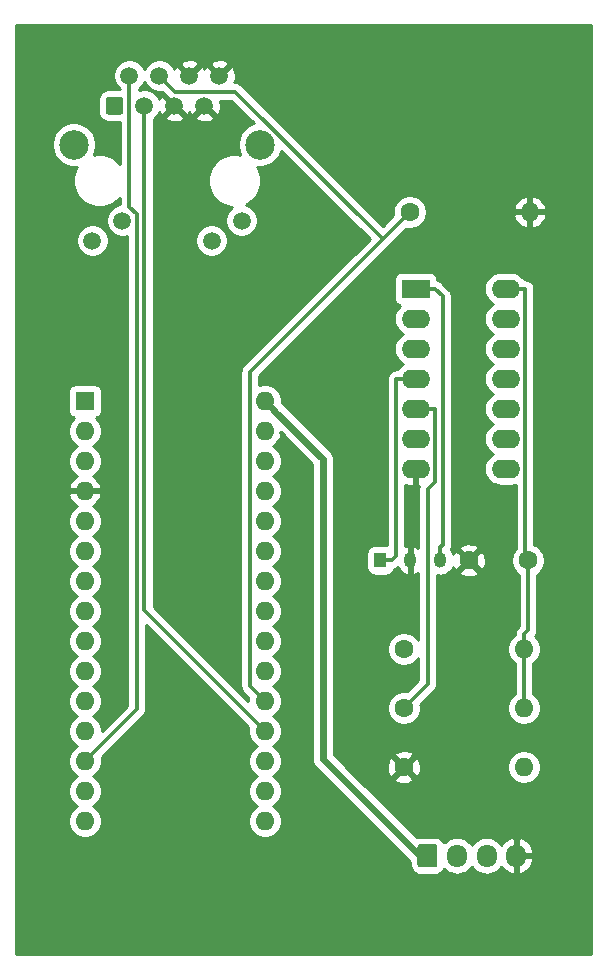
<source format=gtl>
G04 #@! TF.GenerationSoftware,KiCad,Pcbnew,(5.1.5)-2*
G04 #@! TF.CreationDate,2019-12-07T22:10:36+09:00*
G04 #@! TF.ProjectId,circuit_master_ver.0.1.0,63697263-7569-4745-9f6d-61737465725f,rev?*
G04 #@! TF.SameCoordinates,Original*
G04 #@! TF.FileFunction,Copper,L1,Top*
G04 #@! TF.FilePolarity,Positive*
%FSLAX46Y46*%
G04 Gerber Fmt 4.6, Leading zero omitted, Abs format (unit mm)*
G04 Created by KiCad (PCBNEW (5.1.5)-2) date 2019-12-07 22:10:36*
%MOMM*%
%LPD*%
G04 APERTURE LIST*
%ADD10O,1.050000X1.300000*%
%ADD11R,1.050000X1.300000*%
%ADD12R,1.600000X1.600000*%
%ADD13O,1.600000X1.600000*%
%ADD14C,1.600000*%
%ADD15C,0.100000*%
%ADD16C,1.500000*%
%ADD17C,2.500000*%
%ADD18O,1.700000X1.950000*%
%ADD19R,2.400000X1.600000*%
%ADD20O,2.400000X1.600000*%
%ADD21C,1.200000*%
%ADD22C,0.300000*%
%ADD23C,0.600000*%
%ADD24C,0.254000*%
G04 APERTURE END LIST*
D10*
X64040000Y-146000000D03*
X66580000Y-146000000D03*
D11*
X61500000Y-146000000D03*
D12*
X36500000Y-132500000D03*
D13*
X51740000Y-165520000D03*
X36500000Y-135040000D03*
X51740000Y-162980000D03*
X36500000Y-137580000D03*
X51740000Y-160440000D03*
X36500000Y-140120000D03*
X51740000Y-157900000D03*
X36500000Y-142660000D03*
X51740000Y-155360000D03*
X36500000Y-145200000D03*
X51740000Y-152820000D03*
X36500000Y-147740000D03*
X51740000Y-150280000D03*
X36500000Y-150280000D03*
X51740000Y-147740000D03*
X36500000Y-152820000D03*
X51740000Y-145200000D03*
X36500000Y-155360000D03*
X51740000Y-142660000D03*
X36500000Y-157900000D03*
X51740000Y-140120000D03*
X36500000Y-160440000D03*
X51740000Y-137580000D03*
X36500000Y-162980000D03*
X51740000Y-135040000D03*
X36500000Y-165520000D03*
X51740000Y-132500000D03*
X36500000Y-168060000D03*
X51740000Y-168060000D03*
D14*
X69000000Y-146000000D03*
X74000000Y-146000000D03*
G04 #@! TA.AperFunction,ComponentPad*
D15*
G36*
X39524053Y-106751206D02*
G01*
X39548370Y-106754813D01*
X39572216Y-106760786D01*
X39595362Y-106769068D01*
X39617585Y-106779579D01*
X39638670Y-106792217D01*
X39658416Y-106806861D01*
X39676630Y-106823370D01*
X39693139Y-106841584D01*
X39707783Y-106861330D01*
X39720421Y-106882415D01*
X39730932Y-106904638D01*
X39739214Y-106927784D01*
X39745187Y-106951630D01*
X39748794Y-106975947D01*
X39750000Y-107000500D01*
X39750000Y-107999500D01*
X39748794Y-108024053D01*
X39745187Y-108048370D01*
X39739214Y-108072216D01*
X39730932Y-108095362D01*
X39720421Y-108117585D01*
X39707783Y-108138670D01*
X39693139Y-108158416D01*
X39676630Y-108176630D01*
X39658416Y-108193139D01*
X39638670Y-108207783D01*
X39617585Y-108220421D01*
X39595362Y-108230932D01*
X39572216Y-108239214D01*
X39548370Y-108245187D01*
X39524053Y-108248794D01*
X39499500Y-108250000D01*
X38500500Y-108250000D01*
X38475947Y-108248794D01*
X38451630Y-108245187D01*
X38427784Y-108239214D01*
X38404638Y-108230932D01*
X38382415Y-108220421D01*
X38361330Y-108207783D01*
X38341584Y-108193139D01*
X38323370Y-108176630D01*
X38306861Y-108158416D01*
X38292217Y-108138670D01*
X38279579Y-108117585D01*
X38269068Y-108095362D01*
X38260786Y-108072216D01*
X38254813Y-108048370D01*
X38251206Y-108024053D01*
X38250000Y-107999500D01*
X38250000Y-107000500D01*
X38251206Y-106975947D01*
X38254813Y-106951630D01*
X38260786Y-106927784D01*
X38269068Y-106904638D01*
X38279579Y-106882415D01*
X38292217Y-106861330D01*
X38306861Y-106841584D01*
X38323370Y-106823370D01*
X38341584Y-106806861D01*
X38361330Y-106792217D01*
X38382415Y-106779579D01*
X38404638Y-106769068D01*
X38427784Y-106760786D01*
X38451630Y-106754813D01*
X38475947Y-106751206D01*
X38500500Y-106750000D01*
X39499500Y-106750000D01*
X39524053Y-106751206D01*
G37*
G04 #@! TD.AperFunction*
D16*
X40270000Y-104960000D03*
X41540000Y-107500000D03*
X42810000Y-104960000D03*
X44080000Y-107500000D03*
X45350000Y-104960000D03*
X46620000Y-107500000D03*
D17*
X35570000Y-110800000D03*
D16*
X47890000Y-104960000D03*
D17*
X51320000Y-110800000D03*
D16*
X37120000Y-118930000D03*
X39660000Y-117230000D03*
X49770000Y-117230000D03*
X47230000Y-118930000D03*
G04 #@! TA.AperFunction,ComponentPad*
D15*
G36*
X66124504Y-170026204D02*
G01*
X66148773Y-170029804D01*
X66172571Y-170035765D01*
X66195671Y-170044030D01*
X66217849Y-170054520D01*
X66238893Y-170067133D01*
X66258598Y-170081747D01*
X66276777Y-170098223D01*
X66293253Y-170116402D01*
X66307867Y-170136107D01*
X66320480Y-170157151D01*
X66330970Y-170179329D01*
X66339235Y-170202429D01*
X66345196Y-170226227D01*
X66348796Y-170250496D01*
X66350000Y-170275000D01*
X66350000Y-171725000D01*
X66348796Y-171749504D01*
X66345196Y-171773773D01*
X66339235Y-171797571D01*
X66330970Y-171820671D01*
X66320480Y-171842849D01*
X66307867Y-171863893D01*
X66293253Y-171883598D01*
X66276777Y-171901777D01*
X66258598Y-171918253D01*
X66238893Y-171932867D01*
X66217849Y-171945480D01*
X66195671Y-171955970D01*
X66172571Y-171964235D01*
X66148773Y-171970196D01*
X66124504Y-171973796D01*
X66100000Y-171975000D01*
X64900000Y-171975000D01*
X64875496Y-171973796D01*
X64851227Y-171970196D01*
X64827429Y-171964235D01*
X64804329Y-171955970D01*
X64782151Y-171945480D01*
X64761107Y-171932867D01*
X64741402Y-171918253D01*
X64723223Y-171901777D01*
X64706747Y-171883598D01*
X64692133Y-171863893D01*
X64679520Y-171842849D01*
X64669030Y-171820671D01*
X64660765Y-171797571D01*
X64654804Y-171773773D01*
X64651204Y-171749504D01*
X64650000Y-171725000D01*
X64650000Y-170275000D01*
X64651204Y-170250496D01*
X64654804Y-170226227D01*
X64660765Y-170202429D01*
X64669030Y-170179329D01*
X64679520Y-170157151D01*
X64692133Y-170136107D01*
X64706747Y-170116402D01*
X64723223Y-170098223D01*
X64741402Y-170081747D01*
X64761107Y-170067133D01*
X64782151Y-170054520D01*
X64804329Y-170044030D01*
X64827429Y-170035765D01*
X64851227Y-170029804D01*
X64875496Y-170026204D01*
X64900000Y-170025000D01*
X66100000Y-170025000D01*
X66124504Y-170026204D01*
G37*
G04 #@! TD.AperFunction*
D18*
X68000000Y-171000000D03*
X70500000Y-171000000D03*
X73000000Y-171000000D03*
D13*
X73660000Y-153500000D03*
D14*
X63500000Y-153500000D03*
X63500000Y-158500000D03*
D13*
X73660000Y-158500000D03*
X73660000Y-163500000D03*
D14*
X63500000Y-163500000D03*
X64000000Y-116500000D03*
D13*
X74160000Y-116500000D03*
D19*
X64500000Y-123000000D03*
D20*
X72120000Y-138240000D03*
X64500000Y-125540000D03*
X72120000Y-135700000D03*
X64500000Y-128080000D03*
X72120000Y-133160000D03*
X64500000Y-130620000D03*
X72120000Y-130620000D03*
X64500000Y-133160000D03*
X72120000Y-128080000D03*
X64500000Y-135700000D03*
X72120000Y-125540000D03*
X64500000Y-138240000D03*
X72120000Y-123000000D03*
D21*
X68000000Y-105000000D03*
X68500000Y-119000000D03*
X54000000Y-105000000D03*
X35000000Y-105000000D03*
X47000000Y-123500000D03*
X35000000Y-125000000D03*
X60000000Y-142500000D03*
X70500000Y-150500000D03*
X77000000Y-130500000D03*
X77500000Y-155500000D03*
X60500000Y-156500000D03*
X68000000Y-165000000D03*
X76000000Y-176000000D03*
X54500000Y-176000000D03*
X34000000Y-176000000D03*
X33000000Y-146500000D03*
X44000000Y-139000000D03*
D22*
X41540000Y-107500000D02*
X41540000Y-150240000D01*
X51740000Y-160440000D02*
X41540000Y-150240000D01*
X64000000Y-116500000D02*
X61712800Y-118787200D01*
X61712800Y-118787200D02*
X49225200Y-106299600D01*
X49225200Y-106299600D02*
X44149600Y-106299600D01*
X44149600Y-106299600D02*
X42810000Y-104960000D01*
X51740000Y-157900000D02*
X50450400Y-156610400D01*
X50450400Y-130049600D02*
X61712800Y-118787200D01*
X50450400Y-156610400D02*
X50450400Y-130049600D01*
X40870100Y-116639900D02*
X40270000Y-116039800D01*
X36500000Y-162980000D02*
X40870100Y-158609900D01*
X40270000Y-116039800D02*
X40270000Y-104960000D01*
X40870100Y-158609900D02*
X40870100Y-116639900D01*
X61500000Y-146000000D02*
X62475300Y-146000000D01*
X64500000Y-130620000D02*
X62849700Y-130620000D01*
X62849700Y-130620000D02*
X62849700Y-145625600D01*
X62849700Y-145625600D02*
X62475300Y-146000000D01*
X66580000Y-146000000D02*
X66580000Y-144899700D01*
X64500000Y-123000000D02*
X66150300Y-123000000D01*
X66150300Y-123000000D02*
X66799300Y-123649000D01*
X66799300Y-123649000D02*
X66799300Y-144680400D01*
X66799300Y-144680400D02*
X66580000Y-144899700D01*
X64500000Y-133160000D02*
X66150300Y-133160000D01*
X66150300Y-133160000D02*
X66150300Y-139319700D01*
X66150300Y-139319700D02*
X65522500Y-139947500D01*
X65522500Y-139947500D02*
X65522500Y-156477500D01*
X65522500Y-156477500D02*
X63500000Y-158500000D01*
X73660000Y-153500000D02*
X73660000Y-152249700D01*
X73660000Y-152249700D02*
X74000000Y-151909700D01*
X74000000Y-151909700D02*
X74000000Y-146000000D01*
X73660000Y-158500000D02*
X73660000Y-153500000D01*
X72120000Y-123000000D02*
X73770300Y-123000000D01*
X73770300Y-123000000D02*
X73770300Y-145770300D01*
X73770300Y-145770300D02*
X74000000Y-146000000D01*
X65390000Y-171110000D02*
X65500000Y-171000000D01*
D23*
X65390000Y-171110000D02*
X65560000Y-171110000D01*
X51740000Y-132500000D02*
X52540000Y-133300000D01*
X52540000Y-133300000D02*
X52540000Y-133325000D01*
X52540000Y-133325000D02*
X56670000Y-137455000D01*
X56670000Y-137455000D02*
X56670000Y-162855000D01*
X56670000Y-162855000D02*
X64925000Y-171110000D01*
X64925000Y-171110000D02*
X65390000Y-171110000D01*
D24*
G36*
X79340001Y-179340000D02*
G01*
X30660000Y-179340000D01*
X30660000Y-131700000D01*
X35061928Y-131700000D01*
X35061928Y-133300000D01*
X35074188Y-133424482D01*
X35110498Y-133544180D01*
X35169463Y-133654494D01*
X35248815Y-133751185D01*
X35345506Y-133830537D01*
X35455820Y-133889502D01*
X35575518Y-133925812D01*
X35583961Y-133926643D01*
X35385363Y-134125241D01*
X35228320Y-134360273D01*
X35120147Y-134621426D01*
X35065000Y-134898665D01*
X35065000Y-135181335D01*
X35120147Y-135458574D01*
X35228320Y-135719727D01*
X35385363Y-135954759D01*
X35585241Y-136154637D01*
X35817759Y-136310000D01*
X35585241Y-136465363D01*
X35385363Y-136665241D01*
X35228320Y-136900273D01*
X35120147Y-137161426D01*
X35065000Y-137438665D01*
X35065000Y-137721335D01*
X35120147Y-137998574D01*
X35228320Y-138259727D01*
X35385363Y-138494759D01*
X35585241Y-138694637D01*
X35820273Y-138851680D01*
X35830865Y-138856067D01*
X35644869Y-138967615D01*
X35436481Y-139156586D01*
X35268963Y-139382580D01*
X35148754Y-139636913D01*
X35108096Y-139770961D01*
X35230085Y-139993000D01*
X36373000Y-139993000D01*
X36373000Y-139973000D01*
X36627000Y-139973000D01*
X36627000Y-139993000D01*
X37769915Y-139993000D01*
X37891904Y-139770961D01*
X37851246Y-139636913D01*
X37731037Y-139382580D01*
X37563519Y-139156586D01*
X37355131Y-138967615D01*
X37169135Y-138856067D01*
X37179727Y-138851680D01*
X37414759Y-138694637D01*
X37614637Y-138494759D01*
X37771680Y-138259727D01*
X37879853Y-137998574D01*
X37935000Y-137721335D01*
X37935000Y-137438665D01*
X37879853Y-137161426D01*
X37771680Y-136900273D01*
X37614637Y-136665241D01*
X37414759Y-136465363D01*
X37182241Y-136310000D01*
X37414759Y-136154637D01*
X37614637Y-135954759D01*
X37771680Y-135719727D01*
X37879853Y-135458574D01*
X37935000Y-135181335D01*
X37935000Y-134898665D01*
X37879853Y-134621426D01*
X37771680Y-134360273D01*
X37614637Y-134125241D01*
X37416039Y-133926643D01*
X37424482Y-133925812D01*
X37544180Y-133889502D01*
X37654494Y-133830537D01*
X37751185Y-133751185D01*
X37830537Y-133654494D01*
X37889502Y-133544180D01*
X37925812Y-133424482D01*
X37938072Y-133300000D01*
X37938072Y-131700000D01*
X37925812Y-131575518D01*
X37889502Y-131455820D01*
X37830537Y-131345506D01*
X37751185Y-131248815D01*
X37654494Y-131169463D01*
X37544180Y-131110498D01*
X37424482Y-131074188D01*
X37300000Y-131061928D01*
X35700000Y-131061928D01*
X35575518Y-131074188D01*
X35455820Y-131110498D01*
X35345506Y-131169463D01*
X35248815Y-131248815D01*
X35169463Y-131345506D01*
X35110498Y-131455820D01*
X35074188Y-131575518D01*
X35061928Y-131700000D01*
X30660000Y-131700000D01*
X30660000Y-118793589D01*
X35735000Y-118793589D01*
X35735000Y-119066411D01*
X35788225Y-119333989D01*
X35892629Y-119586043D01*
X36044201Y-119812886D01*
X36237114Y-120005799D01*
X36463957Y-120157371D01*
X36716011Y-120261775D01*
X36983589Y-120315000D01*
X37256411Y-120315000D01*
X37523989Y-120261775D01*
X37776043Y-120157371D01*
X38002886Y-120005799D01*
X38195799Y-119812886D01*
X38347371Y-119586043D01*
X38451775Y-119333989D01*
X38505000Y-119066411D01*
X38505000Y-118793589D01*
X38451775Y-118526011D01*
X38347371Y-118273957D01*
X38195799Y-118047114D01*
X38002886Y-117854201D01*
X37776043Y-117702629D01*
X37523989Y-117598225D01*
X37256411Y-117545000D01*
X36983589Y-117545000D01*
X36716011Y-117598225D01*
X36463957Y-117702629D01*
X36237114Y-117854201D01*
X36044201Y-118047114D01*
X35892629Y-118273957D01*
X35788225Y-118526011D01*
X35735000Y-118793589D01*
X30660000Y-118793589D01*
X30660000Y-110614344D01*
X33685000Y-110614344D01*
X33685000Y-110985656D01*
X33757439Y-111349834D01*
X33899534Y-111692882D01*
X34105825Y-112001618D01*
X34368382Y-112264175D01*
X34677118Y-112470466D01*
X35020166Y-112612561D01*
X35384344Y-112685000D01*
X35755656Y-112685000D01*
X35795667Y-112677041D01*
X35727214Y-112779489D01*
X35556851Y-113190782D01*
X35470000Y-113627409D01*
X35470000Y-114072591D01*
X35556851Y-114509218D01*
X35727214Y-114920511D01*
X35974544Y-115290666D01*
X36289334Y-115605456D01*
X36659489Y-115852786D01*
X37070782Y-116023149D01*
X37507409Y-116110000D01*
X37952591Y-116110000D01*
X38389218Y-116023149D01*
X38800511Y-115852786D01*
X39170666Y-115605456D01*
X39485000Y-115291122D01*
X39485000Y-115852676D01*
X39256011Y-115898225D01*
X39003957Y-116002629D01*
X38777114Y-116154201D01*
X38584201Y-116347114D01*
X38432629Y-116573957D01*
X38328225Y-116826011D01*
X38275000Y-117093589D01*
X38275000Y-117366411D01*
X38328225Y-117633989D01*
X38432629Y-117886043D01*
X38584201Y-118112886D01*
X38777114Y-118305799D01*
X39003957Y-118457371D01*
X39256011Y-118561775D01*
X39523589Y-118615000D01*
X39796411Y-118615000D01*
X40063989Y-118561775D01*
X40085101Y-118553030D01*
X40085100Y-158284743D01*
X37935000Y-160434843D01*
X37935000Y-160298665D01*
X37879853Y-160021426D01*
X37771680Y-159760273D01*
X37614637Y-159525241D01*
X37414759Y-159325363D01*
X37182241Y-159170000D01*
X37414759Y-159014637D01*
X37614637Y-158814759D01*
X37771680Y-158579727D01*
X37879853Y-158318574D01*
X37935000Y-158041335D01*
X37935000Y-157758665D01*
X37879853Y-157481426D01*
X37771680Y-157220273D01*
X37614637Y-156985241D01*
X37414759Y-156785363D01*
X37182241Y-156630000D01*
X37414759Y-156474637D01*
X37614637Y-156274759D01*
X37771680Y-156039727D01*
X37879853Y-155778574D01*
X37935000Y-155501335D01*
X37935000Y-155218665D01*
X37879853Y-154941426D01*
X37771680Y-154680273D01*
X37614637Y-154445241D01*
X37414759Y-154245363D01*
X37182241Y-154090000D01*
X37414759Y-153934637D01*
X37614637Y-153734759D01*
X37771680Y-153499727D01*
X37879853Y-153238574D01*
X37935000Y-152961335D01*
X37935000Y-152678665D01*
X37879853Y-152401426D01*
X37771680Y-152140273D01*
X37614637Y-151905241D01*
X37414759Y-151705363D01*
X37182241Y-151550000D01*
X37414759Y-151394637D01*
X37614637Y-151194759D01*
X37771680Y-150959727D01*
X37879853Y-150698574D01*
X37935000Y-150421335D01*
X37935000Y-150138665D01*
X37879853Y-149861426D01*
X37771680Y-149600273D01*
X37614637Y-149365241D01*
X37414759Y-149165363D01*
X37182241Y-149010000D01*
X37414759Y-148854637D01*
X37614637Y-148654759D01*
X37771680Y-148419727D01*
X37879853Y-148158574D01*
X37935000Y-147881335D01*
X37935000Y-147598665D01*
X37879853Y-147321426D01*
X37771680Y-147060273D01*
X37614637Y-146825241D01*
X37414759Y-146625363D01*
X37182241Y-146470000D01*
X37414759Y-146314637D01*
X37614637Y-146114759D01*
X37771680Y-145879727D01*
X37879853Y-145618574D01*
X37935000Y-145341335D01*
X37935000Y-145058665D01*
X37879853Y-144781426D01*
X37771680Y-144520273D01*
X37614637Y-144285241D01*
X37414759Y-144085363D01*
X37182241Y-143930000D01*
X37414759Y-143774637D01*
X37614637Y-143574759D01*
X37771680Y-143339727D01*
X37879853Y-143078574D01*
X37935000Y-142801335D01*
X37935000Y-142518665D01*
X37879853Y-142241426D01*
X37771680Y-141980273D01*
X37614637Y-141745241D01*
X37414759Y-141545363D01*
X37179727Y-141388320D01*
X37169135Y-141383933D01*
X37355131Y-141272385D01*
X37563519Y-141083414D01*
X37731037Y-140857420D01*
X37851246Y-140603087D01*
X37891904Y-140469039D01*
X37769915Y-140247000D01*
X36627000Y-140247000D01*
X36627000Y-140267000D01*
X36373000Y-140267000D01*
X36373000Y-140247000D01*
X35230085Y-140247000D01*
X35108096Y-140469039D01*
X35148754Y-140603087D01*
X35268963Y-140857420D01*
X35436481Y-141083414D01*
X35644869Y-141272385D01*
X35830865Y-141383933D01*
X35820273Y-141388320D01*
X35585241Y-141545363D01*
X35385363Y-141745241D01*
X35228320Y-141980273D01*
X35120147Y-142241426D01*
X35065000Y-142518665D01*
X35065000Y-142801335D01*
X35120147Y-143078574D01*
X35228320Y-143339727D01*
X35385363Y-143574759D01*
X35585241Y-143774637D01*
X35817759Y-143930000D01*
X35585241Y-144085363D01*
X35385363Y-144285241D01*
X35228320Y-144520273D01*
X35120147Y-144781426D01*
X35065000Y-145058665D01*
X35065000Y-145341335D01*
X35120147Y-145618574D01*
X35228320Y-145879727D01*
X35385363Y-146114759D01*
X35585241Y-146314637D01*
X35817759Y-146470000D01*
X35585241Y-146625363D01*
X35385363Y-146825241D01*
X35228320Y-147060273D01*
X35120147Y-147321426D01*
X35065000Y-147598665D01*
X35065000Y-147881335D01*
X35120147Y-148158574D01*
X35228320Y-148419727D01*
X35385363Y-148654759D01*
X35585241Y-148854637D01*
X35817759Y-149010000D01*
X35585241Y-149165363D01*
X35385363Y-149365241D01*
X35228320Y-149600273D01*
X35120147Y-149861426D01*
X35065000Y-150138665D01*
X35065000Y-150421335D01*
X35120147Y-150698574D01*
X35228320Y-150959727D01*
X35385363Y-151194759D01*
X35585241Y-151394637D01*
X35817759Y-151550000D01*
X35585241Y-151705363D01*
X35385363Y-151905241D01*
X35228320Y-152140273D01*
X35120147Y-152401426D01*
X35065000Y-152678665D01*
X35065000Y-152961335D01*
X35120147Y-153238574D01*
X35228320Y-153499727D01*
X35385363Y-153734759D01*
X35585241Y-153934637D01*
X35817759Y-154090000D01*
X35585241Y-154245363D01*
X35385363Y-154445241D01*
X35228320Y-154680273D01*
X35120147Y-154941426D01*
X35065000Y-155218665D01*
X35065000Y-155501335D01*
X35120147Y-155778574D01*
X35228320Y-156039727D01*
X35385363Y-156274759D01*
X35585241Y-156474637D01*
X35817759Y-156630000D01*
X35585241Y-156785363D01*
X35385363Y-156985241D01*
X35228320Y-157220273D01*
X35120147Y-157481426D01*
X35065000Y-157758665D01*
X35065000Y-158041335D01*
X35120147Y-158318574D01*
X35228320Y-158579727D01*
X35385363Y-158814759D01*
X35585241Y-159014637D01*
X35817759Y-159170000D01*
X35585241Y-159325363D01*
X35385363Y-159525241D01*
X35228320Y-159760273D01*
X35120147Y-160021426D01*
X35065000Y-160298665D01*
X35065000Y-160581335D01*
X35120147Y-160858574D01*
X35228320Y-161119727D01*
X35385363Y-161354759D01*
X35585241Y-161554637D01*
X35817759Y-161710000D01*
X35585241Y-161865363D01*
X35385363Y-162065241D01*
X35228320Y-162300273D01*
X35120147Y-162561426D01*
X35065000Y-162838665D01*
X35065000Y-163121335D01*
X35120147Y-163398574D01*
X35228320Y-163659727D01*
X35385363Y-163894759D01*
X35585241Y-164094637D01*
X35817759Y-164250000D01*
X35585241Y-164405363D01*
X35385363Y-164605241D01*
X35228320Y-164840273D01*
X35120147Y-165101426D01*
X35065000Y-165378665D01*
X35065000Y-165661335D01*
X35120147Y-165938574D01*
X35228320Y-166199727D01*
X35385363Y-166434759D01*
X35585241Y-166634637D01*
X35817759Y-166790000D01*
X35585241Y-166945363D01*
X35385363Y-167145241D01*
X35228320Y-167380273D01*
X35120147Y-167641426D01*
X35065000Y-167918665D01*
X35065000Y-168201335D01*
X35120147Y-168478574D01*
X35228320Y-168739727D01*
X35385363Y-168974759D01*
X35585241Y-169174637D01*
X35820273Y-169331680D01*
X36081426Y-169439853D01*
X36358665Y-169495000D01*
X36641335Y-169495000D01*
X36918574Y-169439853D01*
X37179727Y-169331680D01*
X37414759Y-169174637D01*
X37614637Y-168974759D01*
X37771680Y-168739727D01*
X37879853Y-168478574D01*
X37935000Y-168201335D01*
X37935000Y-167918665D01*
X37879853Y-167641426D01*
X37771680Y-167380273D01*
X37614637Y-167145241D01*
X37414759Y-166945363D01*
X37182241Y-166790000D01*
X37414759Y-166634637D01*
X37614637Y-166434759D01*
X37771680Y-166199727D01*
X37879853Y-165938574D01*
X37935000Y-165661335D01*
X37935000Y-165378665D01*
X37879853Y-165101426D01*
X37771680Y-164840273D01*
X37614637Y-164605241D01*
X37414759Y-164405363D01*
X37182241Y-164250000D01*
X37414759Y-164094637D01*
X37614637Y-163894759D01*
X37771680Y-163659727D01*
X37879853Y-163398574D01*
X37935000Y-163121335D01*
X37935000Y-162838665D01*
X37904554Y-162685603D01*
X41397911Y-159192246D01*
X41427864Y-159167664D01*
X41525962Y-159048133D01*
X41598854Y-158911760D01*
X41598854Y-158911759D01*
X41643742Y-158763787D01*
X41652620Y-158673642D01*
X41655100Y-158648461D01*
X41655100Y-158648456D01*
X41658897Y-158609900D01*
X41655100Y-158571344D01*
X41655100Y-151465257D01*
X50335446Y-160145604D01*
X50305000Y-160298665D01*
X50305000Y-160581335D01*
X50360147Y-160858574D01*
X50468320Y-161119727D01*
X50625363Y-161354759D01*
X50825241Y-161554637D01*
X51057759Y-161710000D01*
X50825241Y-161865363D01*
X50625363Y-162065241D01*
X50468320Y-162300273D01*
X50360147Y-162561426D01*
X50305000Y-162838665D01*
X50305000Y-163121335D01*
X50360147Y-163398574D01*
X50468320Y-163659727D01*
X50625363Y-163894759D01*
X50825241Y-164094637D01*
X51057759Y-164250000D01*
X50825241Y-164405363D01*
X50625363Y-164605241D01*
X50468320Y-164840273D01*
X50360147Y-165101426D01*
X50305000Y-165378665D01*
X50305000Y-165661335D01*
X50360147Y-165938574D01*
X50468320Y-166199727D01*
X50625363Y-166434759D01*
X50825241Y-166634637D01*
X51057759Y-166790000D01*
X50825241Y-166945363D01*
X50625363Y-167145241D01*
X50468320Y-167380273D01*
X50360147Y-167641426D01*
X50305000Y-167918665D01*
X50305000Y-168201335D01*
X50360147Y-168478574D01*
X50468320Y-168739727D01*
X50625363Y-168974759D01*
X50825241Y-169174637D01*
X51060273Y-169331680D01*
X51321426Y-169439853D01*
X51598665Y-169495000D01*
X51881335Y-169495000D01*
X52158574Y-169439853D01*
X52419727Y-169331680D01*
X52654759Y-169174637D01*
X52854637Y-168974759D01*
X53011680Y-168739727D01*
X53119853Y-168478574D01*
X53175000Y-168201335D01*
X53175000Y-167918665D01*
X53119853Y-167641426D01*
X53011680Y-167380273D01*
X52854637Y-167145241D01*
X52654759Y-166945363D01*
X52422241Y-166790000D01*
X52654759Y-166634637D01*
X52854637Y-166434759D01*
X53011680Y-166199727D01*
X53119853Y-165938574D01*
X53175000Y-165661335D01*
X53175000Y-165378665D01*
X53119853Y-165101426D01*
X53011680Y-164840273D01*
X52854637Y-164605241D01*
X52654759Y-164405363D01*
X52422241Y-164250000D01*
X52654759Y-164094637D01*
X52854637Y-163894759D01*
X53011680Y-163659727D01*
X53119853Y-163398574D01*
X53175000Y-163121335D01*
X53175000Y-162838665D01*
X53119853Y-162561426D01*
X53011680Y-162300273D01*
X52854637Y-162065241D01*
X52654759Y-161865363D01*
X52422241Y-161710000D01*
X52654759Y-161554637D01*
X52854637Y-161354759D01*
X53011680Y-161119727D01*
X53119853Y-160858574D01*
X53175000Y-160581335D01*
X53175000Y-160298665D01*
X53119853Y-160021426D01*
X53011680Y-159760273D01*
X52854637Y-159525241D01*
X52654759Y-159325363D01*
X52422241Y-159170000D01*
X52654759Y-159014637D01*
X52854637Y-158814759D01*
X53011680Y-158579727D01*
X53119853Y-158318574D01*
X53175000Y-158041335D01*
X53175000Y-157758665D01*
X53119853Y-157481426D01*
X53011680Y-157220273D01*
X52854637Y-156985241D01*
X52654759Y-156785363D01*
X52422241Y-156630000D01*
X52654759Y-156474637D01*
X52854637Y-156274759D01*
X53011680Y-156039727D01*
X53119853Y-155778574D01*
X53175000Y-155501335D01*
X53175000Y-155218665D01*
X53119853Y-154941426D01*
X53011680Y-154680273D01*
X52854637Y-154445241D01*
X52654759Y-154245363D01*
X52422241Y-154090000D01*
X52654759Y-153934637D01*
X52854637Y-153734759D01*
X53011680Y-153499727D01*
X53119853Y-153238574D01*
X53175000Y-152961335D01*
X53175000Y-152678665D01*
X53119853Y-152401426D01*
X53011680Y-152140273D01*
X52854637Y-151905241D01*
X52654759Y-151705363D01*
X52422241Y-151550000D01*
X52654759Y-151394637D01*
X52854637Y-151194759D01*
X53011680Y-150959727D01*
X53119853Y-150698574D01*
X53175000Y-150421335D01*
X53175000Y-150138665D01*
X53119853Y-149861426D01*
X53011680Y-149600273D01*
X52854637Y-149365241D01*
X52654759Y-149165363D01*
X52422241Y-149010000D01*
X52654759Y-148854637D01*
X52854637Y-148654759D01*
X53011680Y-148419727D01*
X53119853Y-148158574D01*
X53175000Y-147881335D01*
X53175000Y-147598665D01*
X53119853Y-147321426D01*
X53011680Y-147060273D01*
X52854637Y-146825241D01*
X52654759Y-146625363D01*
X52422241Y-146470000D01*
X52654759Y-146314637D01*
X52854637Y-146114759D01*
X53011680Y-145879727D01*
X53119853Y-145618574D01*
X53175000Y-145341335D01*
X53175000Y-145058665D01*
X53119853Y-144781426D01*
X53011680Y-144520273D01*
X52854637Y-144285241D01*
X52654759Y-144085363D01*
X52422241Y-143930000D01*
X52654759Y-143774637D01*
X52854637Y-143574759D01*
X53011680Y-143339727D01*
X53119853Y-143078574D01*
X53175000Y-142801335D01*
X53175000Y-142518665D01*
X53119853Y-142241426D01*
X53011680Y-141980273D01*
X52854637Y-141745241D01*
X52654759Y-141545363D01*
X52422241Y-141390000D01*
X52654759Y-141234637D01*
X52854637Y-141034759D01*
X53011680Y-140799727D01*
X53119853Y-140538574D01*
X53175000Y-140261335D01*
X53175000Y-139978665D01*
X53119853Y-139701426D01*
X53011680Y-139440273D01*
X52854637Y-139205241D01*
X52654759Y-139005363D01*
X52422241Y-138850000D01*
X52654759Y-138694637D01*
X52854637Y-138494759D01*
X53011680Y-138259727D01*
X53119853Y-137998574D01*
X53175000Y-137721335D01*
X53175000Y-137438665D01*
X53119853Y-137161426D01*
X53011680Y-136900273D01*
X52854637Y-136665241D01*
X52654759Y-136465363D01*
X52419727Y-136308320D01*
X52409135Y-136303933D01*
X52595131Y-136192385D01*
X52803519Y-136003414D01*
X52971037Y-135777420D01*
X53091246Y-135523087D01*
X53131904Y-135389039D01*
X53009916Y-135167002D01*
X53059713Y-135167002D01*
X55735000Y-137842290D01*
X55735001Y-162809058D01*
X55730476Y-162855000D01*
X55748529Y-163038291D01*
X55801994Y-163214540D01*
X55888815Y-163376972D01*
X56005657Y-163519344D01*
X56041336Y-163548625D01*
X64011928Y-171519217D01*
X64011928Y-171725000D01*
X64028992Y-171898254D01*
X64079528Y-172064850D01*
X64161595Y-172218386D01*
X64272038Y-172352962D01*
X64406614Y-172463405D01*
X64560150Y-172545472D01*
X64726746Y-172596008D01*
X64900000Y-172613072D01*
X66100000Y-172613072D01*
X66273254Y-172596008D01*
X66439850Y-172545472D01*
X66593386Y-172463405D01*
X66727962Y-172352962D01*
X66838405Y-172218386D01*
X66892777Y-172116663D01*
X66944866Y-172180134D01*
X67170987Y-172365706D01*
X67428967Y-172503599D01*
X67708890Y-172588513D01*
X68000000Y-172617185D01*
X68291111Y-172588513D01*
X68571034Y-172503599D01*
X68829014Y-172365706D01*
X69055134Y-172180134D01*
X69240706Y-171954014D01*
X69250000Y-171936626D01*
X69259294Y-171954014D01*
X69444866Y-172180134D01*
X69670987Y-172365706D01*
X69928967Y-172503599D01*
X70208890Y-172588513D01*
X70500000Y-172617185D01*
X70791111Y-172588513D01*
X71071034Y-172503599D01*
X71329014Y-172365706D01*
X71555134Y-172180134D01*
X71740706Y-171954014D01*
X71754462Y-171928278D01*
X71910951Y-172134429D01*
X72128807Y-172327496D01*
X72380142Y-172474352D01*
X72643110Y-172566476D01*
X72873000Y-172445155D01*
X72873000Y-171127000D01*
X73127000Y-171127000D01*
X73127000Y-172445155D01*
X73356890Y-172566476D01*
X73619858Y-172474352D01*
X73871193Y-172327496D01*
X74089049Y-172134429D01*
X74265053Y-171902570D01*
X74392442Y-171640830D01*
X74466320Y-171359267D01*
X74326165Y-171127000D01*
X73127000Y-171127000D01*
X72873000Y-171127000D01*
X72853000Y-171127000D01*
X72853000Y-170873000D01*
X72873000Y-170873000D01*
X72873000Y-169554845D01*
X73127000Y-169554845D01*
X73127000Y-170873000D01*
X74326165Y-170873000D01*
X74466320Y-170640733D01*
X74392442Y-170359170D01*
X74265053Y-170097430D01*
X74089049Y-169865571D01*
X73871193Y-169672504D01*
X73619858Y-169525648D01*
X73356890Y-169433524D01*
X73127000Y-169554845D01*
X72873000Y-169554845D01*
X72643110Y-169433524D01*
X72380142Y-169525648D01*
X72128807Y-169672504D01*
X71910951Y-169865571D01*
X71754462Y-170071722D01*
X71740706Y-170045986D01*
X71555134Y-169819866D01*
X71329013Y-169634294D01*
X71071033Y-169496401D01*
X70791110Y-169411487D01*
X70500000Y-169382815D01*
X70208889Y-169411487D01*
X69928966Y-169496401D01*
X69670986Y-169634294D01*
X69444866Y-169819866D01*
X69259294Y-170045987D01*
X69250000Y-170063374D01*
X69240706Y-170045986D01*
X69055134Y-169819866D01*
X68829013Y-169634294D01*
X68571033Y-169496401D01*
X68291110Y-169411487D01*
X68000000Y-169382815D01*
X67708889Y-169411487D01*
X67428966Y-169496401D01*
X67170986Y-169634294D01*
X66944866Y-169819866D01*
X66892777Y-169883337D01*
X66838405Y-169781614D01*
X66727962Y-169647038D01*
X66593386Y-169536595D01*
X66439850Y-169454528D01*
X66273254Y-169403992D01*
X66100000Y-169386928D01*
X64900000Y-169386928D01*
X64726746Y-169403992D01*
X64584447Y-169447158D01*
X59629991Y-164492702D01*
X62686903Y-164492702D01*
X62758486Y-164736671D01*
X63013996Y-164857571D01*
X63288184Y-164926300D01*
X63570512Y-164940217D01*
X63850130Y-164898787D01*
X64116292Y-164803603D01*
X64241514Y-164736671D01*
X64313097Y-164492702D01*
X63500000Y-163679605D01*
X62686903Y-164492702D01*
X59629991Y-164492702D01*
X58707801Y-163570512D01*
X62059783Y-163570512D01*
X62101213Y-163850130D01*
X62196397Y-164116292D01*
X62263329Y-164241514D01*
X62507298Y-164313097D01*
X63320395Y-163500000D01*
X63679605Y-163500000D01*
X64492702Y-164313097D01*
X64736671Y-164241514D01*
X64857571Y-163986004D01*
X64926300Y-163711816D01*
X64940217Y-163429488D01*
X64929724Y-163358665D01*
X72225000Y-163358665D01*
X72225000Y-163641335D01*
X72280147Y-163918574D01*
X72388320Y-164179727D01*
X72545363Y-164414759D01*
X72745241Y-164614637D01*
X72980273Y-164771680D01*
X73241426Y-164879853D01*
X73518665Y-164935000D01*
X73801335Y-164935000D01*
X74078574Y-164879853D01*
X74339727Y-164771680D01*
X74574759Y-164614637D01*
X74774637Y-164414759D01*
X74931680Y-164179727D01*
X75039853Y-163918574D01*
X75095000Y-163641335D01*
X75095000Y-163358665D01*
X75039853Y-163081426D01*
X74931680Y-162820273D01*
X74774637Y-162585241D01*
X74574759Y-162385363D01*
X74339727Y-162228320D01*
X74078574Y-162120147D01*
X73801335Y-162065000D01*
X73518665Y-162065000D01*
X73241426Y-162120147D01*
X72980273Y-162228320D01*
X72745241Y-162385363D01*
X72545363Y-162585241D01*
X72388320Y-162820273D01*
X72280147Y-163081426D01*
X72225000Y-163358665D01*
X64929724Y-163358665D01*
X64898787Y-163149870D01*
X64803603Y-162883708D01*
X64736671Y-162758486D01*
X64492702Y-162686903D01*
X63679605Y-163500000D01*
X63320395Y-163500000D01*
X62507298Y-162686903D01*
X62263329Y-162758486D01*
X62142429Y-163013996D01*
X62073700Y-163288184D01*
X62059783Y-163570512D01*
X58707801Y-163570512D01*
X57644587Y-162507298D01*
X62686903Y-162507298D01*
X63500000Y-163320395D01*
X64313097Y-162507298D01*
X64241514Y-162263329D01*
X63986004Y-162142429D01*
X63711816Y-162073700D01*
X63429488Y-162059783D01*
X63149870Y-162101213D01*
X62883708Y-162196397D01*
X62758486Y-162263329D01*
X62686903Y-162507298D01*
X57644587Y-162507298D01*
X57605000Y-162467711D01*
X57605000Y-145350000D01*
X60336928Y-145350000D01*
X60336928Y-146650000D01*
X60349188Y-146774482D01*
X60385498Y-146894180D01*
X60444463Y-147004494D01*
X60523815Y-147101185D01*
X60620506Y-147180537D01*
X60730820Y-147239502D01*
X60850518Y-147275812D01*
X60975000Y-147288072D01*
X62025000Y-147288072D01*
X62149482Y-147275812D01*
X62269180Y-147239502D01*
X62379494Y-147180537D01*
X62476185Y-147101185D01*
X62555537Y-147004494D01*
X62614502Y-146894180D01*
X62650812Y-146774482D01*
X62651563Y-146766853D01*
X62777160Y-146728754D01*
X62913533Y-146655862D01*
X62985747Y-146596596D01*
X63052075Y-146732746D01*
X63189623Y-146913803D01*
X63359851Y-147064547D01*
X63556216Y-147179184D01*
X63734190Y-147243964D01*
X63913000Y-147118163D01*
X63913000Y-146127000D01*
X63893000Y-146127000D01*
X63893000Y-145873000D01*
X63913000Y-145873000D01*
X63913000Y-144881837D01*
X63734190Y-144756036D01*
X63634700Y-144792249D01*
X63634700Y-139598174D01*
X63695486Y-139622650D01*
X63973000Y-139675000D01*
X64373000Y-139675000D01*
X64373000Y-138367000D01*
X64353000Y-138367000D01*
X64353000Y-138113000D01*
X64373000Y-138113000D01*
X64373000Y-138093000D01*
X64627000Y-138093000D01*
X64627000Y-138113000D01*
X64647000Y-138113000D01*
X64647000Y-138367000D01*
X64627000Y-138367000D01*
X64627000Y-139675000D01*
X64784840Y-139675000D01*
X64748859Y-139793614D01*
X64737500Y-139908940D01*
X64737500Y-139908947D01*
X64733703Y-139947500D01*
X64737500Y-139986053D01*
X64737500Y-144950818D01*
X64720149Y-144935453D01*
X64523784Y-144820816D01*
X64345810Y-144756036D01*
X64167000Y-144881837D01*
X64167000Y-145873000D01*
X64187000Y-145873000D01*
X64187000Y-146127000D01*
X64167000Y-146127000D01*
X64167000Y-147118163D01*
X64345810Y-147243964D01*
X64523784Y-147179184D01*
X64720149Y-147064547D01*
X64737500Y-147049182D01*
X64737501Y-152769120D01*
X64614637Y-152585241D01*
X64414759Y-152385363D01*
X64179727Y-152228320D01*
X63918574Y-152120147D01*
X63641335Y-152065000D01*
X63358665Y-152065000D01*
X63081426Y-152120147D01*
X62820273Y-152228320D01*
X62585241Y-152385363D01*
X62385363Y-152585241D01*
X62228320Y-152820273D01*
X62120147Y-153081426D01*
X62065000Y-153358665D01*
X62065000Y-153641335D01*
X62120147Y-153918574D01*
X62228320Y-154179727D01*
X62385363Y-154414759D01*
X62585241Y-154614637D01*
X62820273Y-154771680D01*
X63081426Y-154879853D01*
X63358665Y-154935000D01*
X63641335Y-154935000D01*
X63918574Y-154879853D01*
X64179727Y-154771680D01*
X64414759Y-154614637D01*
X64614637Y-154414759D01*
X64737501Y-154230880D01*
X64737501Y-156152341D01*
X63794396Y-157095446D01*
X63641335Y-157065000D01*
X63358665Y-157065000D01*
X63081426Y-157120147D01*
X62820273Y-157228320D01*
X62585241Y-157385363D01*
X62385363Y-157585241D01*
X62228320Y-157820273D01*
X62120147Y-158081426D01*
X62065000Y-158358665D01*
X62065000Y-158641335D01*
X62120147Y-158918574D01*
X62228320Y-159179727D01*
X62385363Y-159414759D01*
X62585241Y-159614637D01*
X62820273Y-159771680D01*
X63081426Y-159879853D01*
X63358665Y-159935000D01*
X63641335Y-159935000D01*
X63918574Y-159879853D01*
X64179727Y-159771680D01*
X64414759Y-159614637D01*
X64614637Y-159414759D01*
X64771680Y-159179727D01*
X64879853Y-158918574D01*
X64935000Y-158641335D01*
X64935000Y-158358665D01*
X64904554Y-158205604D01*
X66050316Y-157059842D01*
X66080264Y-157035264D01*
X66121318Y-156985241D01*
X66128950Y-156975941D01*
X66178362Y-156915733D01*
X66251254Y-156779360D01*
X66255827Y-156764286D01*
X66296142Y-156631387D01*
X66303520Y-156556474D01*
X66307500Y-156516061D01*
X66307500Y-156516056D01*
X66311297Y-156477500D01*
X66307500Y-156438945D01*
X66307500Y-147254534D01*
X66352600Y-147268215D01*
X66580000Y-147290612D01*
X66807399Y-147268215D01*
X67026059Y-147201885D01*
X67227578Y-147094171D01*
X67351218Y-146992702D01*
X68186903Y-146992702D01*
X68258486Y-147236671D01*
X68513996Y-147357571D01*
X68788184Y-147426300D01*
X69070512Y-147440217D01*
X69350130Y-147398787D01*
X69616292Y-147303603D01*
X69741514Y-147236671D01*
X69813097Y-146992702D01*
X69000000Y-146179605D01*
X68186903Y-146992702D01*
X67351218Y-146992702D01*
X67404212Y-146949212D01*
X67549171Y-146772579D01*
X67656885Y-146571060D01*
X67667595Y-146535754D01*
X67696397Y-146616292D01*
X67763329Y-146741514D01*
X68007298Y-146813097D01*
X68820395Y-146000000D01*
X69179605Y-146000000D01*
X69992702Y-146813097D01*
X70236671Y-146741514D01*
X70357571Y-146486004D01*
X70426300Y-146211816D01*
X70440217Y-145929488D01*
X70398787Y-145649870D01*
X70303603Y-145383708D01*
X70236671Y-145258486D01*
X69992702Y-145186903D01*
X69179605Y-146000000D01*
X68820395Y-146000000D01*
X68007298Y-145186903D01*
X67763329Y-145258486D01*
X67666960Y-145462153D01*
X67656885Y-145428941D01*
X67549171Y-145227422D01*
X67457027Y-145115144D01*
X67514671Y-145007298D01*
X68186903Y-145007298D01*
X69000000Y-145820395D01*
X69813097Y-145007298D01*
X69741514Y-144763329D01*
X69486004Y-144642429D01*
X69211816Y-144573700D01*
X68929488Y-144559783D01*
X68649870Y-144601213D01*
X68383708Y-144696397D01*
X68258486Y-144763329D01*
X68186903Y-145007298D01*
X67514671Y-145007298D01*
X67528054Y-144982260D01*
X67572941Y-144834287D01*
X67584300Y-144718961D01*
X67584300Y-144718954D01*
X67588097Y-144680401D01*
X67584300Y-144641848D01*
X67584300Y-123687556D01*
X67588097Y-123649000D01*
X67584300Y-123610440D01*
X67584300Y-123610439D01*
X67576162Y-123527812D01*
X67572942Y-123495113D01*
X67528054Y-123347140D01*
X67455162Y-123210767D01*
X67357064Y-123091236D01*
X67327111Y-123066654D01*
X67260457Y-123000000D01*
X70278057Y-123000000D01*
X70305764Y-123281309D01*
X70387818Y-123551808D01*
X70521068Y-123801101D01*
X70700392Y-124019608D01*
X70918899Y-124198932D01*
X71051858Y-124270000D01*
X70918899Y-124341068D01*
X70700392Y-124520392D01*
X70521068Y-124738899D01*
X70387818Y-124988192D01*
X70305764Y-125258691D01*
X70278057Y-125540000D01*
X70305764Y-125821309D01*
X70387818Y-126091808D01*
X70521068Y-126341101D01*
X70700392Y-126559608D01*
X70918899Y-126738932D01*
X71051858Y-126810000D01*
X70918899Y-126881068D01*
X70700392Y-127060392D01*
X70521068Y-127278899D01*
X70387818Y-127528192D01*
X70305764Y-127798691D01*
X70278057Y-128080000D01*
X70305764Y-128361309D01*
X70387818Y-128631808D01*
X70521068Y-128881101D01*
X70700392Y-129099608D01*
X70918899Y-129278932D01*
X71051858Y-129350000D01*
X70918899Y-129421068D01*
X70700392Y-129600392D01*
X70521068Y-129818899D01*
X70387818Y-130068192D01*
X70305764Y-130338691D01*
X70278057Y-130620000D01*
X70305764Y-130901309D01*
X70387818Y-131171808D01*
X70521068Y-131421101D01*
X70700392Y-131639608D01*
X70918899Y-131818932D01*
X71051858Y-131890000D01*
X70918899Y-131961068D01*
X70700392Y-132140392D01*
X70521068Y-132358899D01*
X70387818Y-132608192D01*
X70305764Y-132878691D01*
X70278057Y-133160000D01*
X70305764Y-133441309D01*
X70387818Y-133711808D01*
X70521068Y-133961101D01*
X70700392Y-134179608D01*
X70918899Y-134358932D01*
X71051858Y-134430000D01*
X70918899Y-134501068D01*
X70700392Y-134680392D01*
X70521068Y-134898899D01*
X70387818Y-135148192D01*
X70305764Y-135418691D01*
X70278057Y-135700000D01*
X70305764Y-135981309D01*
X70387818Y-136251808D01*
X70521068Y-136501101D01*
X70700392Y-136719608D01*
X70918899Y-136898932D01*
X71051858Y-136970000D01*
X70918899Y-137041068D01*
X70700392Y-137220392D01*
X70521068Y-137438899D01*
X70387818Y-137688192D01*
X70305764Y-137958691D01*
X70278057Y-138240000D01*
X70305764Y-138521309D01*
X70387818Y-138791808D01*
X70521068Y-139041101D01*
X70700392Y-139259608D01*
X70918899Y-139438932D01*
X71168192Y-139572182D01*
X71438691Y-139654236D01*
X71649508Y-139675000D01*
X72590492Y-139675000D01*
X72801309Y-139654236D01*
X72985301Y-139598423D01*
X72985301Y-144985303D01*
X72885363Y-145085241D01*
X72728320Y-145320273D01*
X72620147Y-145581426D01*
X72565000Y-145858665D01*
X72565000Y-146141335D01*
X72620147Y-146418574D01*
X72728320Y-146679727D01*
X72885363Y-146914759D01*
X73085241Y-147114637D01*
X73215001Y-147201340D01*
X73215000Y-151584543D01*
X73132186Y-151667357D01*
X73102237Y-151691936D01*
X73077659Y-151721884D01*
X73077655Y-151721888D01*
X73049814Y-151755813D01*
X73004139Y-151811467D01*
X72965177Y-151884360D01*
X72931246Y-151947841D01*
X72886359Y-152095814D01*
X72871203Y-152249700D01*
X72875001Y-152288262D01*
X72875001Y-152298660D01*
X72745241Y-152385363D01*
X72545363Y-152585241D01*
X72388320Y-152820273D01*
X72280147Y-153081426D01*
X72225000Y-153358665D01*
X72225000Y-153641335D01*
X72280147Y-153918574D01*
X72388320Y-154179727D01*
X72545363Y-154414759D01*
X72745241Y-154614637D01*
X72875001Y-154701339D01*
X72875000Y-157298661D01*
X72745241Y-157385363D01*
X72545363Y-157585241D01*
X72388320Y-157820273D01*
X72280147Y-158081426D01*
X72225000Y-158358665D01*
X72225000Y-158641335D01*
X72280147Y-158918574D01*
X72388320Y-159179727D01*
X72545363Y-159414759D01*
X72745241Y-159614637D01*
X72980273Y-159771680D01*
X73241426Y-159879853D01*
X73518665Y-159935000D01*
X73801335Y-159935000D01*
X74078574Y-159879853D01*
X74339727Y-159771680D01*
X74574759Y-159614637D01*
X74774637Y-159414759D01*
X74931680Y-159179727D01*
X75039853Y-158918574D01*
X75095000Y-158641335D01*
X75095000Y-158358665D01*
X75039853Y-158081426D01*
X74931680Y-157820273D01*
X74774637Y-157585241D01*
X74574759Y-157385363D01*
X74445000Y-157298661D01*
X74445000Y-154701339D01*
X74574759Y-154614637D01*
X74774637Y-154414759D01*
X74931680Y-154179727D01*
X75039853Y-153918574D01*
X75095000Y-153641335D01*
X75095000Y-153358665D01*
X75039853Y-153081426D01*
X74931680Y-152820273D01*
X74774637Y-152585241D01*
X74602432Y-152413036D01*
X74655862Y-152347933D01*
X74728754Y-152211560D01*
X74756484Y-152120147D01*
X74773642Y-152063587D01*
X74781020Y-151988674D01*
X74785000Y-151948261D01*
X74785000Y-151948256D01*
X74788797Y-151909700D01*
X74785000Y-151871144D01*
X74785000Y-147201339D01*
X74914759Y-147114637D01*
X75114637Y-146914759D01*
X75271680Y-146679727D01*
X75379853Y-146418574D01*
X75435000Y-146141335D01*
X75435000Y-145858665D01*
X75379853Y-145581426D01*
X75271680Y-145320273D01*
X75114637Y-145085241D01*
X74914759Y-144885363D01*
X74679727Y-144728320D01*
X74555300Y-144676781D01*
X74555300Y-123038561D01*
X74559098Y-123000000D01*
X74543941Y-122846113D01*
X74499054Y-122698140D01*
X74426162Y-122561767D01*
X74328064Y-122442236D01*
X74208533Y-122344138D01*
X74072160Y-122271246D01*
X73924187Y-122226359D01*
X73808861Y-122215000D01*
X73808860Y-122215000D01*
X73770300Y-122211202D01*
X73731739Y-122215000D01*
X73727538Y-122215000D01*
X73718932Y-122198899D01*
X73539608Y-121980392D01*
X73321101Y-121801068D01*
X73071808Y-121667818D01*
X72801309Y-121585764D01*
X72590492Y-121565000D01*
X71649508Y-121565000D01*
X71438691Y-121585764D01*
X71168192Y-121667818D01*
X70918899Y-121801068D01*
X70700392Y-121980392D01*
X70521068Y-122198899D01*
X70387818Y-122448192D01*
X70305764Y-122718691D01*
X70278057Y-123000000D01*
X67260457Y-123000000D01*
X66732647Y-122472190D01*
X66708064Y-122442236D01*
X66588533Y-122344138D01*
X66452160Y-122271246D01*
X66338072Y-122236638D01*
X66338072Y-122200000D01*
X66325812Y-122075518D01*
X66289502Y-121955820D01*
X66230537Y-121845506D01*
X66151185Y-121748815D01*
X66054494Y-121669463D01*
X65944180Y-121610498D01*
X65824482Y-121574188D01*
X65700000Y-121561928D01*
X63300000Y-121561928D01*
X63175518Y-121574188D01*
X63055820Y-121610498D01*
X62945506Y-121669463D01*
X62848815Y-121748815D01*
X62769463Y-121845506D01*
X62710498Y-121955820D01*
X62674188Y-122075518D01*
X62661928Y-122200000D01*
X62661928Y-123800000D01*
X62674188Y-123924482D01*
X62710498Y-124044180D01*
X62769463Y-124154494D01*
X62848815Y-124251185D01*
X62945506Y-124330537D01*
X63055820Y-124389502D01*
X63175518Y-124425812D01*
X63193482Y-124427581D01*
X63080392Y-124520392D01*
X62901068Y-124738899D01*
X62767818Y-124988192D01*
X62685764Y-125258691D01*
X62658057Y-125540000D01*
X62685764Y-125821309D01*
X62767818Y-126091808D01*
X62901068Y-126341101D01*
X63080392Y-126559608D01*
X63298899Y-126738932D01*
X63431858Y-126810000D01*
X63298899Y-126881068D01*
X63080392Y-127060392D01*
X62901068Y-127278899D01*
X62767818Y-127528192D01*
X62685764Y-127798691D01*
X62658057Y-128080000D01*
X62685764Y-128361309D01*
X62767818Y-128631808D01*
X62901068Y-128881101D01*
X63080392Y-129099608D01*
X63298899Y-129278932D01*
X63431858Y-129350000D01*
X63298899Y-129421068D01*
X63080392Y-129600392D01*
X62901068Y-129818899D01*
X62892462Y-129835000D01*
X62888260Y-129835000D01*
X62849700Y-129831202D01*
X62811139Y-129835000D01*
X62695813Y-129846359D01*
X62547840Y-129891246D01*
X62411467Y-129964138D01*
X62291936Y-130062236D01*
X62193838Y-130181767D01*
X62120946Y-130318140D01*
X62076059Y-130466113D01*
X62060902Y-130620000D01*
X62064700Y-130658561D01*
X62064701Y-144715838D01*
X62025000Y-144711928D01*
X60975000Y-144711928D01*
X60850518Y-144724188D01*
X60730820Y-144760498D01*
X60620506Y-144819463D01*
X60523815Y-144898815D01*
X60444463Y-144995506D01*
X60385498Y-145105820D01*
X60349188Y-145225518D01*
X60336928Y-145350000D01*
X57605000Y-145350000D01*
X57605000Y-137500931D01*
X57609524Y-137454999D01*
X57591471Y-137271708D01*
X57538007Y-137095460D01*
X57451186Y-136933028D01*
X57334344Y-136790656D01*
X57298666Y-136761376D01*
X53327925Y-132790636D01*
X53321186Y-132778028D01*
X53204344Y-132635656D01*
X53175000Y-132611574D01*
X53175000Y-132358665D01*
X53119853Y-132081426D01*
X53011680Y-131820273D01*
X52854637Y-131585241D01*
X52654759Y-131385363D01*
X52419727Y-131228320D01*
X52158574Y-131120147D01*
X51881335Y-131065000D01*
X51598665Y-131065000D01*
X51321426Y-131120147D01*
X51235400Y-131155780D01*
X51235400Y-130374757D01*
X62240613Y-119369544D01*
X62270564Y-119344964D01*
X62295145Y-119315012D01*
X63705604Y-117904554D01*
X63858665Y-117935000D01*
X64141335Y-117935000D01*
X64418574Y-117879853D01*
X64679727Y-117771680D01*
X64914759Y-117614637D01*
X65114637Y-117414759D01*
X65271680Y-117179727D01*
X65379853Y-116918574D01*
X65393684Y-116849039D01*
X72768096Y-116849039D01*
X72808754Y-116983087D01*
X72928963Y-117237420D01*
X73096481Y-117463414D01*
X73304869Y-117652385D01*
X73546119Y-117797070D01*
X73810960Y-117891909D01*
X74033000Y-117770624D01*
X74033000Y-116627000D01*
X74287000Y-116627000D01*
X74287000Y-117770624D01*
X74509040Y-117891909D01*
X74773881Y-117797070D01*
X75015131Y-117652385D01*
X75223519Y-117463414D01*
X75391037Y-117237420D01*
X75511246Y-116983087D01*
X75551904Y-116849039D01*
X75429915Y-116627000D01*
X74287000Y-116627000D01*
X74033000Y-116627000D01*
X72890085Y-116627000D01*
X72768096Y-116849039D01*
X65393684Y-116849039D01*
X65435000Y-116641335D01*
X65435000Y-116358665D01*
X65393685Y-116150961D01*
X72768096Y-116150961D01*
X72890085Y-116373000D01*
X74033000Y-116373000D01*
X74033000Y-115229376D01*
X74287000Y-115229376D01*
X74287000Y-116373000D01*
X75429915Y-116373000D01*
X75551904Y-116150961D01*
X75511246Y-116016913D01*
X75391037Y-115762580D01*
X75223519Y-115536586D01*
X75015131Y-115347615D01*
X74773881Y-115202930D01*
X74509040Y-115108091D01*
X74287000Y-115229376D01*
X74033000Y-115229376D01*
X73810960Y-115108091D01*
X73546119Y-115202930D01*
X73304869Y-115347615D01*
X73096481Y-115536586D01*
X72928963Y-115762580D01*
X72808754Y-116016913D01*
X72768096Y-116150961D01*
X65393685Y-116150961D01*
X65379853Y-116081426D01*
X65271680Y-115820273D01*
X65114637Y-115585241D01*
X64914759Y-115385363D01*
X64679727Y-115228320D01*
X64418574Y-115120147D01*
X64141335Y-115065000D01*
X63858665Y-115065000D01*
X63581426Y-115120147D01*
X63320273Y-115228320D01*
X63085241Y-115385363D01*
X62885363Y-115585241D01*
X62728320Y-115820273D01*
X62620147Y-116081426D01*
X62565000Y-116358665D01*
X62565000Y-116641335D01*
X62595446Y-116794396D01*
X61712800Y-117677042D01*
X49807547Y-105771790D01*
X49782964Y-105741836D01*
X49663433Y-105643738D01*
X49527060Y-105570846D01*
X49379087Y-105525959D01*
X49263761Y-105514600D01*
X49263753Y-105514600D01*
X49225200Y-105510803D01*
X49186647Y-105514600D01*
X49159659Y-105514600D01*
X49201760Y-105424884D01*
X49267250Y-105160040D01*
X49279812Y-104887508D01*
X49238965Y-104617762D01*
X49146277Y-104361168D01*
X49085860Y-104248137D01*
X48846993Y-104182612D01*
X48069605Y-104960000D01*
X48083748Y-104974143D01*
X47904143Y-105153748D01*
X47890000Y-105139605D01*
X47875858Y-105153748D01*
X47696253Y-104974143D01*
X47710395Y-104960000D01*
X46933007Y-104182612D01*
X46694140Y-104248137D01*
X46621422Y-104403096D01*
X46606277Y-104361168D01*
X46545860Y-104248137D01*
X46306993Y-104182612D01*
X45529605Y-104960000D01*
X45543748Y-104974143D01*
X45364143Y-105153748D01*
X45350000Y-105139605D01*
X45335858Y-105153748D01*
X45156253Y-104974143D01*
X45170395Y-104960000D01*
X44393007Y-104182612D01*
X44154140Y-104248137D01*
X44079836Y-104406477D01*
X44037371Y-104303957D01*
X43885799Y-104077114D01*
X43811692Y-104003007D01*
X44572612Y-104003007D01*
X45350000Y-104780395D01*
X46127388Y-104003007D01*
X47112612Y-104003007D01*
X47890000Y-104780395D01*
X48667388Y-104003007D01*
X48601863Y-103764140D01*
X48354884Y-103648240D01*
X48090040Y-103582750D01*
X47817508Y-103570188D01*
X47547762Y-103611035D01*
X47291168Y-103703723D01*
X47178137Y-103764140D01*
X47112612Y-104003007D01*
X46127388Y-104003007D01*
X46061863Y-103764140D01*
X45814884Y-103648240D01*
X45550040Y-103582750D01*
X45277508Y-103570188D01*
X45007762Y-103611035D01*
X44751168Y-103703723D01*
X44638137Y-103764140D01*
X44572612Y-104003007D01*
X43811692Y-104003007D01*
X43692886Y-103884201D01*
X43466043Y-103732629D01*
X43213989Y-103628225D01*
X42946411Y-103575000D01*
X42673589Y-103575000D01*
X42406011Y-103628225D01*
X42153957Y-103732629D01*
X41927114Y-103884201D01*
X41734201Y-104077114D01*
X41582629Y-104303957D01*
X41540000Y-104406873D01*
X41497371Y-104303957D01*
X41345799Y-104077114D01*
X41152886Y-103884201D01*
X40926043Y-103732629D01*
X40673989Y-103628225D01*
X40406411Y-103575000D01*
X40133589Y-103575000D01*
X39866011Y-103628225D01*
X39613957Y-103732629D01*
X39387114Y-103884201D01*
X39194201Y-104077114D01*
X39042629Y-104303957D01*
X38938225Y-104556011D01*
X38885000Y-104823589D01*
X38885000Y-105096411D01*
X38938225Y-105363989D01*
X39042629Y-105616043D01*
X39194201Y-105842886D01*
X39387114Y-106035799D01*
X39485001Y-106101205D01*
X39485001Y-106111928D01*
X38500500Y-106111928D01*
X38327148Y-106129002D01*
X38160458Y-106179567D01*
X38006836Y-106261679D01*
X37872185Y-106372185D01*
X37761679Y-106506836D01*
X37679567Y-106660458D01*
X37629002Y-106827148D01*
X37611928Y-107000500D01*
X37611928Y-107999500D01*
X37629002Y-108172852D01*
X37679567Y-108339542D01*
X37761679Y-108493164D01*
X37872185Y-108627815D01*
X38006836Y-108738321D01*
X38160458Y-108820433D01*
X38327148Y-108870998D01*
X38500500Y-108888072D01*
X39485001Y-108888072D01*
X39485000Y-112408878D01*
X39170666Y-112094544D01*
X38800511Y-111847214D01*
X38389218Y-111676851D01*
X37952591Y-111590000D01*
X37507409Y-111590000D01*
X37262939Y-111638628D01*
X37382561Y-111349834D01*
X37455000Y-110985656D01*
X37455000Y-110614344D01*
X37382561Y-110250166D01*
X37240466Y-109907118D01*
X37034175Y-109598382D01*
X36771618Y-109335825D01*
X36462882Y-109129534D01*
X36119834Y-108987439D01*
X35755656Y-108915000D01*
X35384344Y-108915000D01*
X35020166Y-108987439D01*
X34677118Y-109129534D01*
X34368382Y-109335825D01*
X34105825Y-109598382D01*
X33899534Y-109907118D01*
X33757439Y-110250166D01*
X33685000Y-110614344D01*
X30660000Y-110614344D01*
X30660000Y-100660000D01*
X79340000Y-100660000D01*
X79340001Y-179340000D01*
G37*
X79340001Y-179340000D02*
X30660000Y-179340000D01*
X30660000Y-131700000D01*
X35061928Y-131700000D01*
X35061928Y-133300000D01*
X35074188Y-133424482D01*
X35110498Y-133544180D01*
X35169463Y-133654494D01*
X35248815Y-133751185D01*
X35345506Y-133830537D01*
X35455820Y-133889502D01*
X35575518Y-133925812D01*
X35583961Y-133926643D01*
X35385363Y-134125241D01*
X35228320Y-134360273D01*
X35120147Y-134621426D01*
X35065000Y-134898665D01*
X35065000Y-135181335D01*
X35120147Y-135458574D01*
X35228320Y-135719727D01*
X35385363Y-135954759D01*
X35585241Y-136154637D01*
X35817759Y-136310000D01*
X35585241Y-136465363D01*
X35385363Y-136665241D01*
X35228320Y-136900273D01*
X35120147Y-137161426D01*
X35065000Y-137438665D01*
X35065000Y-137721335D01*
X35120147Y-137998574D01*
X35228320Y-138259727D01*
X35385363Y-138494759D01*
X35585241Y-138694637D01*
X35820273Y-138851680D01*
X35830865Y-138856067D01*
X35644869Y-138967615D01*
X35436481Y-139156586D01*
X35268963Y-139382580D01*
X35148754Y-139636913D01*
X35108096Y-139770961D01*
X35230085Y-139993000D01*
X36373000Y-139993000D01*
X36373000Y-139973000D01*
X36627000Y-139973000D01*
X36627000Y-139993000D01*
X37769915Y-139993000D01*
X37891904Y-139770961D01*
X37851246Y-139636913D01*
X37731037Y-139382580D01*
X37563519Y-139156586D01*
X37355131Y-138967615D01*
X37169135Y-138856067D01*
X37179727Y-138851680D01*
X37414759Y-138694637D01*
X37614637Y-138494759D01*
X37771680Y-138259727D01*
X37879853Y-137998574D01*
X37935000Y-137721335D01*
X37935000Y-137438665D01*
X37879853Y-137161426D01*
X37771680Y-136900273D01*
X37614637Y-136665241D01*
X37414759Y-136465363D01*
X37182241Y-136310000D01*
X37414759Y-136154637D01*
X37614637Y-135954759D01*
X37771680Y-135719727D01*
X37879853Y-135458574D01*
X37935000Y-135181335D01*
X37935000Y-134898665D01*
X37879853Y-134621426D01*
X37771680Y-134360273D01*
X37614637Y-134125241D01*
X37416039Y-133926643D01*
X37424482Y-133925812D01*
X37544180Y-133889502D01*
X37654494Y-133830537D01*
X37751185Y-133751185D01*
X37830537Y-133654494D01*
X37889502Y-133544180D01*
X37925812Y-133424482D01*
X37938072Y-133300000D01*
X37938072Y-131700000D01*
X37925812Y-131575518D01*
X37889502Y-131455820D01*
X37830537Y-131345506D01*
X37751185Y-131248815D01*
X37654494Y-131169463D01*
X37544180Y-131110498D01*
X37424482Y-131074188D01*
X37300000Y-131061928D01*
X35700000Y-131061928D01*
X35575518Y-131074188D01*
X35455820Y-131110498D01*
X35345506Y-131169463D01*
X35248815Y-131248815D01*
X35169463Y-131345506D01*
X35110498Y-131455820D01*
X35074188Y-131575518D01*
X35061928Y-131700000D01*
X30660000Y-131700000D01*
X30660000Y-118793589D01*
X35735000Y-118793589D01*
X35735000Y-119066411D01*
X35788225Y-119333989D01*
X35892629Y-119586043D01*
X36044201Y-119812886D01*
X36237114Y-120005799D01*
X36463957Y-120157371D01*
X36716011Y-120261775D01*
X36983589Y-120315000D01*
X37256411Y-120315000D01*
X37523989Y-120261775D01*
X37776043Y-120157371D01*
X38002886Y-120005799D01*
X38195799Y-119812886D01*
X38347371Y-119586043D01*
X38451775Y-119333989D01*
X38505000Y-119066411D01*
X38505000Y-118793589D01*
X38451775Y-118526011D01*
X38347371Y-118273957D01*
X38195799Y-118047114D01*
X38002886Y-117854201D01*
X37776043Y-117702629D01*
X37523989Y-117598225D01*
X37256411Y-117545000D01*
X36983589Y-117545000D01*
X36716011Y-117598225D01*
X36463957Y-117702629D01*
X36237114Y-117854201D01*
X36044201Y-118047114D01*
X35892629Y-118273957D01*
X35788225Y-118526011D01*
X35735000Y-118793589D01*
X30660000Y-118793589D01*
X30660000Y-110614344D01*
X33685000Y-110614344D01*
X33685000Y-110985656D01*
X33757439Y-111349834D01*
X33899534Y-111692882D01*
X34105825Y-112001618D01*
X34368382Y-112264175D01*
X34677118Y-112470466D01*
X35020166Y-112612561D01*
X35384344Y-112685000D01*
X35755656Y-112685000D01*
X35795667Y-112677041D01*
X35727214Y-112779489D01*
X35556851Y-113190782D01*
X35470000Y-113627409D01*
X35470000Y-114072591D01*
X35556851Y-114509218D01*
X35727214Y-114920511D01*
X35974544Y-115290666D01*
X36289334Y-115605456D01*
X36659489Y-115852786D01*
X37070782Y-116023149D01*
X37507409Y-116110000D01*
X37952591Y-116110000D01*
X38389218Y-116023149D01*
X38800511Y-115852786D01*
X39170666Y-115605456D01*
X39485000Y-115291122D01*
X39485000Y-115852676D01*
X39256011Y-115898225D01*
X39003957Y-116002629D01*
X38777114Y-116154201D01*
X38584201Y-116347114D01*
X38432629Y-116573957D01*
X38328225Y-116826011D01*
X38275000Y-117093589D01*
X38275000Y-117366411D01*
X38328225Y-117633989D01*
X38432629Y-117886043D01*
X38584201Y-118112886D01*
X38777114Y-118305799D01*
X39003957Y-118457371D01*
X39256011Y-118561775D01*
X39523589Y-118615000D01*
X39796411Y-118615000D01*
X40063989Y-118561775D01*
X40085101Y-118553030D01*
X40085100Y-158284743D01*
X37935000Y-160434843D01*
X37935000Y-160298665D01*
X37879853Y-160021426D01*
X37771680Y-159760273D01*
X37614637Y-159525241D01*
X37414759Y-159325363D01*
X37182241Y-159170000D01*
X37414759Y-159014637D01*
X37614637Y-158814759D01*
X37771680Y-158579727D01*
X37879853Y-158318574D01*
X37935000Y-158041335D01*
X37935000Y-157758665D01*
X37879853Y-157481426D01*
X37771680Y-157220273D01*
X37614637Y-156985241D01*
X37414759Y-156785363D01*
X37182241Y-156630000D01*
X37414759Y-156474637D01*
X37614637Y-156274759D01*
X37771680Y-156039727D01*
X37879853Y-155778574D01*
X37935000Y-155501335D01*
X37935000Y-155218665D01*
X37879853Y-154941426D01*
X37771680Y-154680273D01*
X37614637Y-154445241D01*
X37414759Y-154245363D01*
X37182241Y-154090000D01*
X37414759Y-153934637D01*
X37614637Y-153734759D01*
X37771680Y-153499727D01*
X37879853Y-153238574D01*
X37935000Y-152961335D01*
X37935000Y-152678665D01*
X37879853Y-152401426D01*
X37771680Y-152140273D01*
X37614637Y-151905241D01*
X37414759Y-151705363D01*
X37182241Y-151550000D01*
X37414759Y-151394637D01*
X37614637Y-151194759D01*
X37771680Y-150959727D01*
X37879853Y-150698574D01*
X37935000Y-150421335D01*
X37935000Y-150138665D01*
X37879853Y-149861426D01*
X37771680Y-149600273D01*
X37614637Y-149365241D01*
X37414759Y-149165363D01*
X37182241Y-149010000D01*
X37414759Y-148854637D01*
X37614637Y-148654759D01*
X37771680Y-148419727D01*
X37879853Y-148158574D01*
X37935000Y-147881335D01*
X37935000Y-147598665D01*
X37879853Y-147321426D01*
X37771680Y-147060273D01*
X37614637Y-146825241D01*
X37414759Y-146625363D01*
X37182241Y-146470000D01*
X37414759Y-146314637D01*
X37614637Y-146114759D01*
X37771680Y-145879727D01*
X37879853Y-145618574D01*
X37935000Y-145341335D01*
X37935000Y-145058665D01*
X37879853Y-144781426D01*
X37771680Y-144520273D01*
X37614637Y-144285241D01*
X37414759Y-144085363D01*
X37182241Y-143930000D01*
X37414759Y-143774637D01*
X37614637Y-143574759D01*
X37771680Y-143339727D01*
X37879853Y-143078574D01*
X37935000Y-142801335D01*
X37935000Y-142518665D01*
X37879853Y-142241426D01*
X37771680Y-141980273D01*
X37614637Y-141745241D01*
X37414759Y-141545363D01*
X37179727Y-141388320D01*
X37169135Y-141383933D01*
X37355131Y-141272385D01*
X37563519Y-141083414D01*
X37731037Y-140857420D01*
X37851246Y-140603087D01*
X37891904Y-140469039D01*
X37769915Y-140247000D01*
X36627000Y-140247000D01*
X36627000Y-140267000D01*
X36373000Y-140267000D01*
X36373000Y-140247000D01*
X35230085Y-140247000D01*
X35108096Y-140469039D01*
X35148754Y-140603087D01*
X35268963Y-140857420D01*
X35436481Y-141083414D01*
X35644869Y-141272385D01*
X35830865Y-141383933D01*
X35820273Y-141388320D01*
X35585241Y-141545363D01*
X35385363Y-141745241D01*
X35228320Y-141980273D01*
X35120147Y-142241426D01*
X35065000Y-142518665D01*
X35065000Y-142801335D01*
X35120147Y-143078574D01*
X35228320Y-143339727D01*
X35385363Y-143574759D01*
X35585241Y-143774637D01*
X35817759Y-143930000D01*
X35585241Y-144085363D01*
X35385363Y-144285241D01*
X35228320Y-144520273D01*
X35120147Y-144781426D01*
X35065000Y-145058665D01*
X35065000Y-145341335D01*
X35120147Y-145618574D01*
X35228320Y-145879727D01*
X35385363Y-146114759D01*
X35585241Y-146314637D01*
X35817759Y-146470000D01*
X35585241Y-146625363D01*
X35385363Y-146825241D01*
X35228320Y-147060273D01*
X35120147Y-147321426D01*
X35065000Y-147598665D01*
X35065000Y-147881335D01*
X35120147Y-148158574D01*
X35228320Y-148419727D01*
X35385363Y-148654759D01*
X35585241Y-148854637D01*
X35817759Y-149010000D01*
X35585241Y-149165363D01*
X35385363Y-149365241D01*
X35228320Y-149600273D01*
X35120147Y-149861426D01*
X35065000Y-150138665D01*
X35065000Y-150421335D01*
X35120147Y-150698574D01*
X35228320Y-150959727D01*
X35385363Y-151194759D01*
X35585241Y-151394637D01*
X35817759Y-151550000D01*
X35585241Y-151705363D01*
X35385363Y-151905241D01*
X35228320Y-152140273D01*
X35120147Y-152401426D01*
X35065000Y-152678665D01*
X35065000Y-152961335D01*
X35120147Y-153238574D01*
X35228320Y-153499727D01*
X35385363Y-153734759D01*
X35585241Y-153934637D01*
X35817759Y-154090000D01*
X35585241Y-154245363D01*
X35385363Y-154445241D01*
X35228320Y-154680273D01*
X35120147Y-154941426D01*
X35065000Y-155218665D01*
X35065000Y-155501335D01*
X35120147Y-155778574D01*
X35228320Y-156039727D01*
X35385363Y-156274759D01*
X35585241Y-156474637D01*
X35817759Y-156630000D01*
X35585241Y-156785363D01*
X35385363Y-156985241D01*
X35228320Y-157220273D01*
X35120147Y-157481426D01*
X35065000Y-157758665D01*
X35065000Y-158041335D01*
X35120147Y-158318574D01*
X35228320Y-158579727D01*
X35385363Y-158814759D01*
X35585241Y-159014637D01*
X35817759Y-159170000D01*
X35585241Y-159325363D01*
X35385363Y-159525241D01*
X35228320Y-159760273D01*
X35120147Y-160021426D01*
X35065000Y-160298665D01*
X35065000Y-160581335D01*
X35120147Y-160858574D01*
X35228320Y-161119727D01*
X35385363Y-161354759D01*
X35585241Y-161554637D01*
X35817759Y-161710000D01*
X35585241Y-161865363D01*
X35385363Y-162065241D01*
X35228320Y-162300273D01*
X35120147Y-162561426D01*
X35065000Y-162838665D01*
X35065000Y-163121335D01*
X35120147Y-163398574D01*
X35228320Y-163659727D01*
X35385363Y-163894759D01*
X35585241Y-164094637D01*
X35817759Y-164250000D01*
X35585241Y-164405363D01*
X35385363Y-164605241D01*
X35228320Y-164840273D01*
X35120147Y-165101426D01*
X35065000Y-165378665D01*
X35065000Y-165661335D01*
X35120147Y-165938574D01*
X35228320Y-166199727D01*
X35385363Y-166434759D01*
X35585241Y-166634637D01*
X35817759Y-166790000D01*
X35585241Y-166945363D01*
X35385363Y-167145241D01*
X35228320Y-167380273D01*
X35120147Y-167641426D01*
X35065000Y-167918665D01*
X35065000Y-168201335D01*
X35120147Y-168478574D01*
X35228320Y-168739727D01*
X35385363Y-168974759D01*
X35585241Y-169174637D01*
X35820273Y-169331680D01*
X36081426Y-169439853D01*
X36358665Y-169495000D01*
X36641335Y-169495000D01*
X36918574Y-169439853D01*
X37179727Y-169331680D01*
X37414759Y-169174637D01*
X37614637Y-168974759D01*
X37771680Y-168739727D01*
X37879853Y-168478574D01*
X37935000Y-168201335D01*
X37935000Y-167918665D01*
X37879853Y-167641426D01*
X37771680Y-167380273D01*
X37614637Y-167145241D01*
X37414759Y-166945363D01*
X37182241Y-166790000D01*
X37414759Y-166634637D01*
X37614637Y-166434759D01*
X37771680Y-166199727D01*
X37879853Y-165938574D01*
X37935000Y-165661335D01*
X37935000Y-165378665D01*
X37879853Y-165101426D01*
X37771680Y-164840273D01*
X37614637Y-164605241D01*
X37414759Y-164405363D01*
X37182241Y-164250000D01*
X37414759Y-164094637D01*
X37614637Y-163894759D01*
X37771680Y-163659727D01*
X37879853Y-163398574D01*
X37935000Y-163121335D01*
X37935000Y-162838665D01*
X37904554Y-162685603D01*
X41397911Y-159192246D01*
X41427864Y-159167664D01*
X41525962Y-159048133D01*
X41598854Y-158911760D01*
X41598854Y-158911759D01*
X41643742Y-158763787D01*
X41652620Y-158673642D01*
X41655100Y-158648461D01*
X41655100Y-158648456D01*
X41658897Y-158609900D01*
X41655100Y-158571344D01*
X41655100Y-151465257D01*
X50335446Y-160145604D01*
X50305000Y-160298665D01*
X50305000Y-160581335D01*
X50360147Y-160858574D01*
X50468320Y-161119727D01*
X50625363Y-161354759D01*
X50825241Y-161554637D01*
X51057759Y-161710000D01*
X50825241Y-161865363D01*
X50625363Y-162065241D01*
X50468320Y-162300273D01*
X50360147Y-162561426D01*
X50305000Y-162838665D01*
X50305000Y-163121335D01*
X50360147Y-163398574D01*
X50468320Y-163659727D01*
X50625363Y-163894759D01*
X50825241Y-164094637D01*
X51057759Y-164250000D01*
X50825241Y-164405363D01*
X50625363Y-164605241D01*
X50468320Y-164840273D01*
X50360147Y-165101426D01*
X50305000Y-165378665D01*
X50305000Y-165661335D01*
X50360147Y-165938574D01*
X50468320Y-166199727D01*
X50625363Y-166434759D01*
X50825241Y-166634637D01*
X51057759Y-166790000D01*
X50825241Y-166945363D01*
X50625363Y-167145241D01*
X50468320Y-167380273D01*
X50360147Y-167641426D01*
X50305000Y-167918665D01*
X50305000Y-168201335D01*
X50360147Y-168478574D01*
X50468320Y-168739727D01*
X50625363Y-168974759D01*
X50825241Y-169174637D01*
X51060273Y-169331680D01*
X51321426Y-169439853D01*
X51598665Y-169495000D01*
X51881335Y-169495000D01*
X52158574Y-169439853D01*
X52419727Y-169331680D01*
X52654759Y-169174637D01*
X52854637Y-168974759D01*
X53011680Y-168739727D01*
X53119853Y-168478574D01*
X53175000Y-168201335D01*
X53175000Y-167918665D01*
X53119853Y-167641426D01*
X53011680Y-167380273D01*
X52854637Y-167145241D01*
X52654759Y-166945363D01*
X52422241Y-166790000D01*
X52654759Y-166634637D01*
X52854637Y-166434759D01*
X53011680Y-166199727D01*
X53119853Y-165938574D01*
X53175000Y-165661335D01*
X53175000Y-165378665D01*
X53119853Y-165101426D01*
X53011680Y-164840273D01*
X52854637Y-164605241D01*
X52654759Y-164405363D01*
X52422241Y-164250000D01*
X52654759Y-164094637D01*
X52854637Y-163894759D01*
X53011680Y-163659727D01*
X53119853Y-163398574D01*
X53175000Y-163121335D01*
X53175000Y-162838665D01*
X53119853Y-162561426D01*
X53011680Y-162300273D01*
X52854637Y-162065241D01*
X52654759Y-161865363D01*
X52422241Y-161710000D01*
X52654759Y-161554637D01*
X52854637Y-161354759D01*
X53011680Y-161119727D01*
X53119853Y-160858574D01*
X53175000Y-160581335D01*
X53175000Y-160298665D01*
X53119853Y-160021426D01*
X53011680Y-159760273D01*
X52854637Y-159525241D01*
X52654759Y-159325363D01*
X52422241Y-159170000D01*
X52654759Y-159014637D01*
X52854637Y-158814759D01*
X53011680Y-158579727D01*
X53119853Y-158318574D01*
X53175000Y-158041335D01*
X53175000Y-157758665D01*
X53119853Y-157481426D01*
X53011680Y-157220273D01*
X52854637Y-156985241D01*
X52654759Y-156785363D01*
X52422241Y-156630000D01*
X52654759Y-156474637D01*
X52854637Y-156274759D01*
X53011680Y-156039727D01*
X53119853Y-155778574D01*
X53175000Y-155501335D01*
X53175000Y-155218665D01*
X53119853Y-154941426D01*
X53011680Y-154680273D01*
X52854637Y-154445241D01*
X52654759Y-154245363D01*
X52422241Y-154090000D01*
X52654759Y-153934637D01*
X52854637Y-153734759D01*
X53011680Y-153499727D01*
X53119853Y-153238574D01*
X53175000Y-152961335D01*
X53175000Y-152678665D01*
X53119853Y-152401426D01*
X53011680Y-152140273D01*
X52854637Y-151905241D01*
X52654759Y-151705363D01*
X52422241Y-151550000D01*
X52654759Y-151394637D01*
X52854637Y-151194759D01*
X53011680Y-150959727D01*
X53119853Y-150698574D01*
X53175000Y-150421335D01*
X53175000Y-150138665D01*
X53119853Y-149861426D01*
X53011680Y-149600273D01*
X52854637Y-149365241D01*
X52654759Y-149165363D01*
X52422241Y-149010000D01*
X52654759Y-148854637D01*
X52854637Y-148654759D01*
X53011680Y-148419727D01*
X53119853Y-148158574D01*
X53175000Y-147881335D01*
X53175000Y-147598665D01*
X53119853Y-147321426D01*
X53011680Y-147060273D01*
X52854637Y-146825241D01*
X52654759Y-146625363D01*
X52422241Y-146470000D01*
X52654759Y-146314637D01*
X52854637Y-146114759D01*
X53011680Y-145879727D01*
X53119853Y-145618574D01*
X53175000Y-145341335D01*
X53175000Y-145058665D01*
X53119853Y-144781426D01*
X53011680Y-144520273D01*
X52854637Y-144285241D01*
X52654759Y-144085363D01*
X52422241Y-143930000D01*
X52654759Y-143774637D01*
X52854637Y-143574759D01*
X53011680Y-143339727D01*
X53119853Y-143078574D01*
X53175000Y-142801335D01*
X53175000Y-142518665D01*
X53119853Y-142241426D01*
X53011680Y-141980273D01*
X52854637Y-141745241D01*
X52654759Y-141545363D01*
X52422241Y-141390000D01*
X52654759Y-141234637D01*
X52854637Y-141034759D01*
X53011680Y-140799727D01*
X53119853Y-140538574D01*
X53175000Y-140261335D01*
X53175000Y-139978665D01*
X53119853Y-139701426D01*
X53011680Y-139440273D01*
X52854637Y-139205241D01*
X52654759Y-139005363D01*
X52422241Y-138850000D01*
X52654759Y-138694637D01*
X52854637Y-138494759D01*
X53011680Y-138259727D01*
X53119853Y-137998574D01*
X53175000Y-137721335D01*
X53175000Y-137438665D01*
X53119853Y-137161426D01*
X53011680Y-136900273D01*
X52854637Y-136665241D01*
X52654759Y-136465363D01*
X52419727Y-136308320D01*
X52409135Y-136303933D01*
X52595131Y-136192385D01*
X52803519Y-136003414D01*
X52971037Y-135777420D01*
X53091246Y-135523087D01*
X53131904Y-135389039D01*
X53009916Y-135167002D01*
X53059713Y-135167002D01*
X55735000Y-137842290D01*
X55735001Y-162809058D01*
X55730476Y-162855000D01*
X55748529Y-163038291D01*
X55801994Y-163214540D01*
X55888815Y-163376972D01*
X56005657Y-163519344D01*
X56041336Y-163548625D01*
X64011928Y-171519217D01*
X64011928Y-171725000D01*
X64028992Y-171898254D01*
X64079528Y-172064850D01*
X64161595Y-172218386D01*
X64272038Y-172352962D01*
X64406614Y-172463405D01*
X64560150Y-172545472D01*
X64726746Y-172596008D01*
X64900000Y-172613072D01*
X66100000Y-172613072D01*
X66273254Y-172596008D01*
X66439850Y-172545472D01*
X66593386Y-172463405D01*
X66727962Y-172352962D01*
X66838405Y-172218386D01*
X66892777Y-172116663D01*
X66944866Y-172180134D01*
X67170987Y-172365706D01*
X67428967Y-172503599D01*
X67708890Y-172588513D01*
X68000000Y-172617185D01*
X68291111Y-172588513D01*
X68571034Y-172503599D01*
X68829014Y-172365706D01*
X69055134Y-172180134D01*
X69240706Y-171954014D01*
X69250000Y-171936626D01*
X69259294Y-171954014D01*
X69444866Y-172180134D01*
X69670987Y-172365706D01*
X69928967Y-172503599D01*
X70208890Y-172588513D01*
X70500000Y-172617185D01*
X70791111Y-172588513D01*
X71071034Y-172503599D01*
X71329014Y-172365706D01*
X71555134Y-172180134D01*
X71740706Y-171954014D01*
X71754462Y-171928278D01*
X71910951Y-172134429D01*
X72128807Y-172327496D01*
X72380142Y-172474352D01*
X72643110Y-172566476D01*
X72873000Y-172445155D01*
X72873000Y-171127000D01*
X73127000Y-171127000D01*
X73127000Y-172445155D01*
X73356890Y-172566476D01*
X73619858Y-172474352D01*
X73871193Y-172327496D01*
X74089049Y-172134429D01*
X74265053Y-171902570D01*
X74392442Y-171640830D01*
X74466320Y-171359267D01*
X74326165Y-171127000D01*
X73127000Y-171127000D01*
X72873000Y-171127000D01*
X72853000Y-171127000D01*
X72853000Y-170873000D01*
X72873000Y-170873000D01*
X72873000Y-169554845D01*
X73127000Y-169554845D01*
X73127000Y-170873000D01*
X74326165Y-170873000D01*
X74466320Y-170640733D01*
X74392442Y-170359170D01*
X74265053Y-170097430D01*
X74089049Y-169865571D01*
X73871193Y-169672504D01*
X73619858Y-169525648D01*
X73356890Y-169433524D01*
X73127000Y-169554845D01*
X72873000Y-169554845D01*
X72643110Y-169433524D01*
X72380142Y-169525648D01*
X72128807Y-169672504D01*
X71910951Y-169865571D01*
X71754462Y-170071722D01*
X71740706Y-170045986D01*
X71555134Y-169819866D01*
X71329013Y-169634294D01*
X71071033Y-169496401D01*
X70791110Y-169411487D01*
X70500000Y-169382815D01*
X70208889Y-169411487D01*
X69928966Y-169496401D01*
X69670986Y-169634294D01*
X69444866Y-169819866D01*
X69259294Y-170045987D01*
X69250000Y-170063374D01*
X69240706Y-170045986D01*
X69055134Y-169819866D01*
X68829013Y-169634294D01*
X68571033Y-169496401D01*
X68291110Y-169411487D01*
X68000000Y-169382815D01*
X67708889Y-169411487D01*
X67428966Y-169496401D01*
X67170986Y-169634294D01*
X66944866Y-169819866D01*
X66892777Y-169883337D01*
X66838405Y-169781614D01*
X66727962Y-169647038D01*
X66593386Y-169536595D01*
X66439850Y-169454528D01*
X66273254Y-169403992D01*
X66100000Y-169386928D01*
X64900000Y-169386928D01*
X64726746Y-169403992D01*
X64584447Y-169447158D01*
X59629991Y-164492702D01*
X62686903Y-164492702D01*
X62758486Y-164736671D01*
X63013996Y-164857571D01*
X63288184Y-164926300D01*
X63570512Y-164940217D01*
X63850130Y-164898787D01*
X64116292Y-164803603D01*
X64241514Y-164736671D01*
X64313097Y-164492702D01*
X63500000Y-163679605D01*
X62686903Y-164492702D01*
X59629991Y-164492702D01*
X58707801Y-163570512D01*
X62059783Y-163570512D01*
X62101213Y-163850130D01*
X62196397Y-164116292D01*
X62263329Y-164241514D01*
X62507298Y-164313097D01*
X63320395Y-163500000D01*
X63679605Y-163500000D01*
X64492702Y-164313097D01*
X64736671Y-164241514D01*
X64857571Y-163986004D01*
X64926300Y-163711816D01*
X64940217Y-163429488D01*
X64929724Y-163358665D01*
X72225000Y-163358665D01*
X72225000Y-163641335D01*
X72280147Y-163918574D01*
X72388320Y-164179727D01*
X72545363Y-164414759D01*
X72745241Y-164614637D01*
X72980273Y-164771680D01*
X73241426Y-164879853D01*
X73518665Y-164935000D01*
X73801335Y-164935000D01*
X74078574Y-164879853D01*
X74339727Y-164771680D01*
X74574759Y-164614637D01*
X74774637Y-164414759D01*
X74931680Y-164179727D01*
X75039853Y-163918574D01*
X75095000Y-163641335D01*
X75095000Y-163358665D01*
X75039853Y-163081426D01*
X74931680Y-162820273D01*
X74774637Y-162585241D01*
X74574759Y-162385363D01*
X74339727Y-162228320D01*
X74078574Y-162120147D01*
X73801335Y-162065000D01*
X73518665Y-162065000D01*
X73241426Y-162120147D01*
X72980273Y-162228320D01*
X72745241Y-162385363D01*
X72545363Y-162585241D01*
X72388320Y-162820273D01*
X72280147Y-163081426D01*
X72225000Y-163358665D01*
X64929724Y-163358665D01*
X64898787Y-163149870D01*
X64803603Y-162883708D01*
X64736671Y-162758486D01*
X64492702Y-162686903D01*
X63679605Y-163500000D01*
X63320395Y-163500000D01*
X62507298Y-162686903D01*
X62263329Y-162758486D01*
X62142429Y-163013996D01*
X62073700Y-163288184D01*
X62059783Y-163570512D01*
X58707801Y-163570512D01*
X57644587Y-162507298D01*
X62686903Y-162507298D01*
X63500000Y-163320395D01*
X64313097Y-162507298D01*
X64241514Y-162263329D01*
X63986004Y-162142429D01*
X63711816Y-162073700D01*
X63429488Y-162059783D01*
X63149870Y-162101213D01*
X62883708Y-162196397D01*
X62758486Y-162263329D01*
X62686903Y-162507298D01*
X57644587Y-162507298D01*
X57605000Y-162467711D01*
X57605000Y-145350000D01*
X60336928Y-145350000D01*
X60336928Y-146650000D01*
X60349188Y-146774482D01*
X60385498Y-146894180D01*
X60444463Y-147004494D01*
X60523815Y-147101185D01*
X60620506Y-147180537D01*
X60730820Y-147239502D01*
X60850518Y-147275812D01*
X60975000Y-147288072D01*
X62025000Y-147288072D01*
X62149482Y-147275812D01*
X62269180Y-147239502D01*
X62379494Y-147180537D01*
X62476185Y-147101185D01*
X62555537Y-147004494D01*
X62614502Y-146894180D01*
X62650812Y-146774482D01*
X62651563Y-146766853D01*
X62777160Y-146728754D01*
X62913533Y-146655862D01*
X62985747Y-146596596D01*
X63052075Y-146732746D01*
X63189623Y-146913803D01*
X63359851Y-147064547D01*
X63556216Y-147179184D01*
X63734190Y-147243964D01*
X63913000Y-147118163D01*
X63913000Y-146127000D01*
X63893000Y-146127000D01*
X63893000Y-145873000D01*
X63913000Y-145873000D01*
X63913000Y-144881837D01*
X63734190Y-144756036D01*
X63634700Y-144792249D01*
X63634700Y-139598174D01*
X63695486Y-139622650D01*
X63973000Y-139675000D01*
X64373000Y-139675000D01*
X64373000Y-138367000D01*
X64353000Y-138367000D01*
X64353000Y-138113000D01*
X64373000Y-138113000D01*
X64373000Y-138093000D01*
X64627000Y-138093000D01*
X64627000Y-138113000D01*
X64647000Y-138113000D01*
X64647000Y-138367000D01*
X64627000Y-138367000D01*
X64627000Y-139675000D01*
X64784840Y-139675000D01*
X64748859Y-139793614D01*
X64737500Y-139908940D01*
X64737500Y-139908947D01*
X64733703Y-139947500D01*
X64737500Y-139986053D01*
X64737500Y-144950818D01*
X64720149Y-144935453D01*
X64523784Y-144820816D01*
X64345810Y-144756036D01*
X64167000Y-144881837D01*
X64167000Y-145873000D01*
X64187000Y-145873000D01*
X64187000Y-146127000D01*
X64167000Y-146127000D01*
X64167000Y-147118163D01*
X64345810Y-147243964D01*
X64523784Y-147179184D01*
X64720149Y-147064547D01*
X64737500Y-147049182D01*
X64737501Y-152769120D01*
X64614637Y-152585241D01*
X64414759Y-152385363D01*
X64179727Y-152228320D01*
X63918574Y-152120147D01*
X63641335Y-152065000D01*
X63358665Y-152065000D01*
X63081426Y-152120147D01*
X62820273Y-152228320D01*
X62585241Y-152385363D01*
X62385363Y-152585241D01*
X62228320Y-152820273D01*
X62120147Y-153081426D01*
X62065000Y-153358665D01*
X62065000Y-153641335D01*
X62120147Y-153918574D01*
X62228320Y-154179727D01*
X62385363Y-154414759D01*
X62585241Y-154614637D01*
X62820273Y-154771680D01*
X63081426Y-154879853D01*
X63358665Y-154935000D01*
X63641335Y-154935000D01*
X63918574Y-154879853D01*
X64179727Y-154771680D01*
X64414759Y-154614637D01*
X64614637Y-154414759D01*
X64737501Y-154230880D01*
X64737501Y-156152341D01*
X63794396Y-157095446D01*
X63641335Y-157065000D01*
X63358665Y-157065000D01*
X63081426Y-157120147D01*
X62820273Y-157228320D01*
X62585241Y-157385363D01*
X62385363Y-157585241D01*
X62228320Y-157820273D01*
X62120147Y-158081426D01*
X62065000Y-158358665D01*
X62065000Y-158641335D01*
X62120147Y-158918574D01*
X62228320Y-159179727D01*
X62385363Y-159414759D01*
X62585241Y-159614637D01*
X62820273Y-159771680D01*
X63081426Y-159879853D01*
X63358665Y-159935000D01*
X63641335Y-159935000D01*
X63918574Y-159879853D01*
X64179727Y-159771680D01*
X64414759Y-159614637D01*
X64614637Y-159414759D01*
X64771680Y-159179727D01*
X64879853Y-158918574D01*
X64935000Y-158641335D01*
X64935000Y-158358665D01*
X64904554Y-158205604D01*
X66050316Y-157059842D01*
X66080264Y-157035264D01*
X66121318Y-156985241D01*
X66128950Y-156975941D01*
X66178362Y-156915733D01*
X66251254Y-156779360D01*
X66255827Y-156764286D01*
X66296142Y-156631387D01*
X66303520Y-156556474D01*
X66307500Y-156516061D01*
X66307500Y-156516056D01*
X66311297Y-156477500D01*
X66307500Y-156438945D01*
X66307500Y-147254534D01*
X66352600Y-147268215D01*
X66580000Y-147290612D01*
X66807399Y-147268215D01*
X67026059Y-147201885D01*
X67227578Y-147094171D01*
X67351218Y-146992702D01*
X68186903Y-146992702D01*
X68258486Y-147236671D01*
X68513996Y-147357571D01*
X68788184Y-147426300D01*
X69070512Y-147440217D01*
X69350130Y-147398787D01*
X69616292Y-147303603D01*
X69741514Y-147236671D01*
X69813097Y-146992702D01*
X69000000Y-146179605D01*
X68186903Y-146992702D01*
X67351218Y-146992702D01*
X67404212Y-146949212D01*
X67549171Y-146772579D01*
X67656885Y-146571060D01*
X67667595Y-146535754D01*
X67696397Y-146616292D01*
X67763329Y-146741514D01*
X68007298Y-146813097D01*
X68820395Y-146000000D01*
X69179605Y-146000000D01*
X69992702Y-146813097D01*
X70236671Y-146741514D01*
X70357571Y-146486004D01*
X70426300Y-146211816D01*
X70440217Y-145929488D01*
X70398787Y-145649870D01*
X70303603Y-145383708D01*
X70236671Y-145258486D01*
X69992702Y-145186903D01*
X69179605Y-146000000D01*
X68820395Y-146000000D01*
X68007298Y-145186903D01*
X67763329Y-145258486D01*
X67666960Y-145462153D01*
X67656885Y-145428941D01*
X67549171Y-145227422D01*
X67457027Y-145115144D01*
X67514671Y-145007298D01*
X68186903Y-145007298D01*
X69000000Y-145820395D01*
X69813097Y-145007298D01*
X69741514Y-144763329D01*
X69486004Y-144642429D01*
X69211816Y-144573700D01*
X68929488Y-144559783D01*
X68649870Y-144601213D01*
X68383708Y-144696397D01*
X68258486Y-144763329D01*
X68186903Y-145007298D01*
X67514671Y-145007298D01*
X67528054Y-144982260D01*
X67572941Y-144834287D01*
X67584300Y-144718961D01*
X67584300Y-144718954D01*
X67588097Y-144680401D01*
X67584300Y-144641848D01*
X67584300Y-123687556D01*
X67588097Y-123649000D01*
X67584300Y-123610440D01*
X67584300Y-123610439D01*
X67576162Y-123527812D01*
X67572942Y-123495113D01*
X67528054Y-123347140D01*
X67455162Y-123210767D01*
X67357064Y-123091236D01*
X67327111Y-123066654D01*
X67260457Y-123000000D01*
X70278057Y-123000000D01*
X70305764Y-123281309D01*
X70387818Y-123551808D01*
X70521068Y-123801101D01*
X70700392Y-124019608D01*
X70918899Y-124198932D01*
X71051858Y-124270000D01*
X70918899Y-124341068D01*
X70700392Y-124520392D01*
X70521068Y-124738899D01*
X70387818Y-124988192D01*
X70305764Y-125258691D01*
X70278057Y-125540000D01*
X70305764Y-125821309D01*
X70387818Y-126091808D01*
X70521068Y-126341101D01*
X70700392Y-126559608D01*
X70918899Y-126738932D01*
X71051858Y-126810000D01*
X70918899Y-126881068D01*
X70700392Y-127060392D01*
X70521068Y-127278899D01*
X70387818Y-127528192D01*
X70305764Y-127798691D01*
X70278057Y-128080000D01*
X70305764Y-128361309D01*
X70387818Y-128631808D01*
X70521068Y-128881101D01*
X70700392Y-129099608D01*
X70918899Y-129278932D01*
X71051858Y-129350000D01*
X70918899Y-129421068D01*
X70700392Y-129600392D01*
X70521068Y-129818899D01*
X70387818Y-130068192D01*
X70305764Y-130338691D01*
X70278057Y-130620000D01*
X70305764Y-130901309D01*
X70387818Y-131171808D01*
X70521068Y-131421101D01*
X70700392Y-131639608D01*
X70918899Y-131818932D01*
X71051858Y-131890000D01*
X70918899Y-131961068D01*
X70700392Y-132140392D01*
X70521068Y-132358899D01*
X70387818Y-132608192D01*
X70305764Y-132878691D01*
X70278057Y-133160000D01*
X70305764Y-133441309D01*
X70387818Y-133711808D01*
X70521068Y-133961101D01*
X70700392Y-134179608D01*
X70918899Y-134358932D01*
X71051858Y-134430000D01*
X70918899Y-134501068D01*
X70700392Y-134680392D01*
X70521068Y-134898899D01*
X70387818Y-135148192D01*
X70305764Y-135418691D01*
X70278057Y-135700000D01*
X70305764Y-135981309D01*
X70387818Y-136251808D01*
X70521068Y-136501101D01*
X70700392Y-136719608D01*
X70918899Y-136898932D01*
X71051858Y-136970000D01*
X70918899Y-137041068D01*
X70700392Y-137220392D01*
X70521068Y-137438899D01*
X70387818Y-137688192D01*
X70305764Y-137958691D01*
X70278057Y-138240000D01*
X70305764Y-138521309D01*
X70387818Y-138791808D01*
X70521068Y-139041101D01*
X70700392Y-139259608D01*
X70918899Y-139438932D01*
X71168192Y-139572182D01*
X71438691Y-139654236D01*
X71649508Y-139675000D01*
X72590492Y-139675000D01*
X72801309Y-139654236D01*
X72985301Y-139598423D01*
X72985301Y-144985303D01*
X72885363Y-145085241D01*
X72728320Y-145320273D01*
X72620147Y-145581426D01*
X72565000Y-145858665D01*
X72565000Y-146141335D01*
X72620147Y-146418574D01*
X72728320Y-146679727D01*
X72885363Y-146914759D01*
X73085241Y-147114637D01*
X73215001Y-147201340D01*
X73215000Y-151584543D01*
X73132186Y-151667357D01*
X73102237Y-151691936D01*
X73077659Y-151721884D01*
X73077655Y-151721888D01*
X73049814Y-151755813D01*
X73004139Y-151811467D01*
X72965177Y-151884360D01*
X72931246Y-151947841D01*
X72886359Y-152095814D01*
X72871203Y-152249700D01*
X72875001Y-152288262D01*
X72875001Y-152298660D01*
X72745241Y-152385363D01*
X72545363Y-152585241D01*
X72388320Y-152820273D01*
X72280147Y-153081426D01*
X72225000Y-153358665D01*
X72225000Y-153641335D01*
X72280147Y-153918574D01*
X72388320Y-154179727D01*
X72545363Y-154414759D01*
X72745241Y-154614637D01*
X72875001Y-154701339D01*
X72875000Y-157298661D01*
X72745241Y-157385363D01*
X72545363Y-157585241D01*
X72388320Y-157820273D01*
X72280147Y-158081426D01*
X72225000Y-158358665D01*
X72225000Y-158641335D01*
X72280147Y-158918574D01*
X72388320Y-159179727D01*
X72545363Y-159414759D01*
X72745241Y-159614637D01*
X72980273Y-159771680D01*
X73241426Y-159879853D01*
X73518665Y-159935000D01*
X73801335Y-159935000D01*
X74078574Y-159879853D01*
X74339727Y-159771680D01*
X74574759Y-159614637D01*
X74774637Y-159414759D01*
X74931680Y-159179727D01*
X75039853Y-158918574D01*
X75095000Y-158641335D01*
X75095000Y-158358665D01*
X75039853Y-158081426D01*
X74931680Y-157820273D01*
X74774637Y-157585241D01*
X74574759Y-157385363D01*
X74445000Y-157298661D01*
X74445000Y-154701339D01*
X74574759Y-154614637D01*
X74774637Y-154414759D01*
X74931680Y-154179727D01*
X75039853Y-153918574D01*
X75095000Y-153641335D01*
X75095000Y-153358665D01*
X75039853Y-153081426D01*
X74931680Y-152820273D01*
X74774637Y-152585241D01*
X74602432Y-152413036D01*
X74655862Y-152347933D01*
X74728754Y-152211560D01*
X74756484Y-152120147D01*
X74773642Y-152063587D01*
X74781020Y-151988674D01*
X74785000Y-151948261D01*
X74785000Y-151948256D01*
X74788797Y-151909700D01*
X74785000Y-151871144D01*
X74785000Y-147201339D01*
X74914759Y-147114637D01*
X75114637Y-146914759D01*
X75271680Y-146679727D01*
X75379853Y-146418574D01*
X75435000Y-146141335D01*
X75435000Y-145858665D01*
X75379853Y-145581426D01*
X75271680Y-145320273D01*
X75114637Y-145085241D01*
X74914759Y-144885363D01*
X74679727Y-144728320D01*
X74555300Y-144676781D01*
X74555300Y-123038561D01*
X74559098Y-123000000D01*
X74543941Y-122846113D01*
X74499054Y-122698140D01*
X74426162Y-122561767D01*
X74328064Y-122442236D01*
X74208533Y-122344138D01*
X74072160Y-122271246D01*
X73924187Y-122226359D01*
X73808861Y-122215000D01*
X73808860Y-122215000D01*
X73770300Y-122211202D01*
X73731739Y-122215000D01*
X73727538Y-122215000D01*
X73718932Y-122198899D01*
X73539608Y-121980392D01*
X73321101Y-121801068D01*
X73071808Y-121667818D01*
X72801309Y-121585764D01*
X72590492Y-121565000D01*
X71649508Y-121565000D01*
X71438691Y-121585764D01*
X71168192Y-121667818D01*
X70918899Y-121801068D01*
X70700392Y-121980392D01*
X70521068Y-122198899D01*
X70387818Y-122448192D01*
X70305764Y-122718691D01*
X70278057Y-123000000D01*
X67260457Y-123000000D01*
X66732647Y-122472190D01*
X66708064Y-122442236D01*
X66588533Y-122344138D01*
X66452160Y-122271246D01*
X66338072Y-122236638D01*
X66338072Y-122200000D01*
X66325812Y-122075518D01*
X66289502Y-121955820D01*
X66230537Y-121845506D01*
X66151185Y-121748815D01*
X66054494Y-121669463D01*
X65944180Y-121610498D01*
X65824482Y-121574188D01*
X65700000Y-121561928D01*
X63300000Y-121561928D01*
X63175518Y-121574188D01*
X63055820Y-121610498D01*
X62945506Y-121669463D01*
X62848815Y-121748815D01*
X62769463Y-121845506D01*
X62710498Y-121955820D01*
X62674188Y-122075518D01*
X62661928Y-122200000D01*
X62661928Y-123800000D01*
X62674188Y-123924482D01*
X62710498Y-124044180D01*
X62769463Y-124154494D01*
X62848815Y-124251185D01*
X62945506Y-124330537D01*
X63055820Y-124389502D01*
X63175518Y-124425812D01*
X63193482Y-124427581D01*
X63080392Y-124520392D01*
X62901068Y-124738899D01*
X62767818Y-124988192D01*
X62685764Y-125258691D01*
X62658057Y-125540000D01*
X62685764Y-125821309D01*
X62767818Y-126091808D01*
X62901068Y-126341101D01*
X63080392Y-126559608D01*
X63298899Y-126738932D01*
X63431858Y-126810000D01*
X63298899Y-126881068D01*
X63080392Y-127060392D01*
X62901068Y-127278899D01*
X62767818Y-127528192D01*
X62685764Y-127798691D01*
X62658057Y-128080000D01*
X62685764Y-128361309D01*
X62767818Y-128631808D01*
X62901068Y-128881101D01*
X63080392Y-129099608D01*
X63298899Y-129278932D01*
X63431858Y-129350000D01*
X63298899Y-129421068D01*
X63080392Y-129600392D01*
X62901068Y-129818899D01*
X62892462Y-129835000D01*
X62888260Y-129835000D01*
X62849700Y-129831202D01*
X62811139Y-129835000D01*
X62695813Y-129846359D01*
X62547840Y-129891246D01*
X62411467Y-129964138D01*
X62291936Y-130062236D01*
X62193838Y-130181767D01*
X62120946Y-130318140D01*
X62076059Y-130466113D01*
X62060902Y-130620000D01*
X62064700Y-130658561D01*
X62064701Y-144715838D01*
X62025000Y-144711928D01*
X60975000Y-144711928D01*
X60850518Y-144724188D01*
X60730820Y-144760498D01*
X60620506Y-144819463D01*
X60523815Y-144898815D01*
X60444463Y-144995506D01*
X60385498Y-145105820D01*
X60349188Y-145225518D01*
X60336928Y-145350000D01*
X57605000Y-145350000D01*
X57605000Y-137500931D01*
X57609524Y-137454999D01*
X57591471Y-137271708D01*
X57538007Y-137095460D01*
X57451186Y-136933028D01*
X57334344Y-136790656D01*
X57298666Y-136761376D01*
X53327925Y-132790636D01*
X53321186Y-132778028D01*
X53204344Y-132635656D01*
X53175000Y-132611574D01*
X53175000Y-132358665D01*
X53119853Y-132081426D01*
X53011680Y-131820273D01*
X52854637Y-131585241D01*
X52654759Y-131385363D01*
X52419727Y-131228320D01*
X52158574Y-131120147D01*
X51881335Y-131065000D01*
X51598665Y-131065000D01*
X51321426Y-131120147D01*
X51235400Y-131155780D01*
X51235400Y-130374757D01*
X62240613Y-119369544D01*
X62270564Y-119344964D01*
X62295145Y-119315012D01*
X63705604Y-117904554D01*
X63858665Y-117935000D01*
X64141335Y-117935000D01*
X64418574Y-117879853D01*
X64679727Y-117771680D01*
X64914759Y-117614637D01*
X65114637Y-117414759D01*
X65271680Y-117179727D01*
X65379853Y-116918574D01*
X65393684Y-116849039D01*
X72768096Y-116849039D01*
X72808754Y-116983087D01*
X72928963Y-117237420D01*
X73096481Y-117463414D01*
X73304869Y-117652385D01*
X73546119Y-117797070D01*
X73810960Y-117891909D01*
X74033000Y-117770624D01*
X74033000Y-116627000D01*
X74287000Y-116627000D01*
X74287000Y-117770624D01*
X74509040Y-117891909D01*
X74773881Y-117797070D01*
X75015131Y-117652385D01*
X75223519Y-117463414D01*
X75391037Y-117237420D01*
X75511246Y-116983087D01*
X75551904Y-116849039D01*
X75429915Y-116627000D01*
X74287000Y-116627000D01*
X74033000Y-116627000D01*
X72890085Y-116627000D01*
X72768096Y-116849039D01*
X65393684Y-116849039D01*
X65435000Y-116641335D01*
X65435000Y-116358665D01*
X65393685Y-116150961D01*
X72768096Y-116150961D01*
X72890085Y-116373000D01*
X74033000Y-116373000D01*
X74033000Y-115229376D01*
X74287000Y-115229376D01*
X74287000Y-116373000D01*
X75429915Y-116373000D01*
X75551904Y-116150961D01*
X75511246Y-116016913D01*
X75391037Y-115762580D01*
X75223519Y-115536586D01*
X75015131Y-115347615D01*
X74773881Y-115202930D01*
X74509040Y-115108091D01*
X74287000Y-115229376D01*
X74033000Y-115229376D01*
X73810960Y-115108091D01*
X73546119Y-115202930D01*
X73304869Y-115347615D01*
X73096481Y-115536586D01*
X72928963Y-115762580D01*
X72808754Y-116016913D01*
X72768096Y-116150961D01*
X65393685Y-116150961D01*
X65379853Y-116081426D01*
X65271680Y-115820273D01*
X65114637Y-115585241D01*
X64914759Y-115385363D01*
X64679727Y-115228320D01*
X64418574Y-115120147D01*
X64141335Y-115065000D01*
X63858665Y-115065000D01*
X63581426Y-115120147D01*
X63320273Y-115228320D01*
X63085241Y-115385363D01*
X62885363Y-115585241D01*
X62728320Y-115820273D01*
X62620147Y-116081426D01*
X62565000Y-116358665D01*
X62565000Y-116641335D01*
X62595446Y-116794396D01*
X61712800Y-117677042D01*
X49807547Y-105771790D01*
X49782964Y-105741836D01*
X49663433Y-105643738D01*
X49527060Y-105570846D01*
X49379087Y-105525959D01*
X49263761Y-105514600D01*
X49263753Y-105514600D01*
X49225200Y-105510803D01*
X49186647Y-105514600D01*
X49159659Y-105514600D01*
X49201760Y-105424884D01*
X49267250Y-105160040D01*
X49279812Y-104887508D01*
X49238965Y-104617762D01*
X49146277Y-104361168D01*
X49085860Y-104248137D01*
X48846993Y-104182612D01*
X48069605Y-104960000D01*
X48083748Y-104974143D01*
X47904143Y-105153748D01*
X47890000Y-105139605D01*
X47875858Y-105153748D01*
X47696253Y-104974143D01*
X47710395Y-104960000D01*
X46933007Y-104182612D01*
X46694140Y-104248137D01*
X46621422Y-104403096D01*
X46606277Y-104361168D01*
X46545860Y-104248137D01*
X46306993Y-104182612D01*
X45529605Y-104960000D01*
X45543748Y-104974143D01*
X45364143Y-105153748D01*
X45350000Y-105139605D01*
X45335858Y-105153748D01*
X45156253Y-104974143D01*
X45170395Y-104960000D01*
X44393007Y-104182612D01*
X44154140Y-104248137D01*
X44079836Y-104406477D01*
X44037371Y-104303957D01*
X43885799Y-104077114D01*
X43811692Y-104003007D01*
X44572612Y-104003007D01*
X45350000Y-104780395D01*
X46127388Y-104003007D01*
X47112612Y-104003007D01*
X47890000Y-104780395D01*
X48667388Y-104003007D01*
X48601863Y-103764140D01*
X48354884Y-103648240D01*
X48090040Y-103582750D01*
X47817508Y-103570188D01*
X47547762Y-103611035D01*
X47291168Y-103703723D01*
X47178137Y-103764140D01*
X47112612Y-104003007D01*
X46127388Y-104003007D01*
X46061863Y-103764140D01*
X45814884Y-103648240D01*
X45550040Y-103582750D01*
X45277508Y-103570188D01*
X45007762Y-103611035D01*
X44751168Y-103703723D01*
X44638137Y-103764140D01*
X44572612Y-104003007D01*
X43811692Y-104003007D01*
X43692886Y-103884201D01*
X43466043Y-103732629D01*
X43213989Y-103628225D01*
X42946411Y-103575000D01*
X42673589Y-103575000D01*
X42406011Y-103628225D01*
X42153957Y-103732629D01*
X41927114Y-103884201D01*
X41734201Y-104077114D01*
X41582629Y-104303957D01*
X41540000Y-104406873D01*
X41497371Y-104303957D01*
X41345799Y-104077114D01*
X41152886Y-103884201D01*
X40926043Y-103732629D01*
X40673989Y-103628225D01*
X40406411Y-103575000D01*
X40133589Y-103575000D01*
X39866011Y-103628225D01*
X39613957Y-103732629D01*
X39387114Y-103884201D01*
X39194201Y-104077114D01*
X39042629Y-104303957D01*
X38938225Y-104556011D01*
X38885000Y-104823589D01*
X38885000Y-105096411D01*
X38938225Y-105363989D01*
X39042629Y-105616043D01*
X39194201Y-105842886D01*
X39387114Y-106035799D01*
X39485001Y-106101205D01*
X39485001Y-106111928D01*
X38500500Y-106111928D01*
X38327148Y-106129002D01*
X38160458Y-106179567D01*
X38006836Y-106261679D01*
X37872185Y-106372185D01*
X37761679Y-106506836D01*
X37679567Y-106660458D01*
X37629002Y-106827148D01*
X37611928Y-107000500D01*
X37611928Y-107999500D01*
X37629002Y-108172852D01*
X37679567Y-108339542D01*
X37761679Y-108493164D01*
X37872185Y-108627815D01*
X38006836Y-108738321D01*
X38160458Y-108820433D01*
X38327148Y-108870998D01*
X38500500Y-108888072D01*
X39485001Y-108888072D01*
X39485000Y-112408878D01*
X39170666Y-112094544D01*
X38800511Y-111847214D01*
X38389218Y-111676851D01*
X37952591Y-111590000D01*
X37507409Y-111590000D01*
X37262939Y-111638628D01*
X37382561Y-111349834D01*
X37455000Y-110985656D01*
X37455000Y-110614344D01*
X37382561Y-110250166D01*
X37240466Y-109907118D01*
X37034175Y-109598382D01*
X36771618Y-109335825D01*
X36462882Y-109129534D01*
X36119834Y-108987439D01*
X35755656Y-108915000D01*
X35384344Y-108915000D01*
X35020166Y-108987439D01*
X34677118Y-109129534D01*
X34368382Y-109335825D01*
X34105825Y-109598382D01*
X33899534Y-109907118D01*
X33757439Y-110250166D01*
X33685000Y-110614344D01*
X30660000Y-110614344D01*
X30660000Y-100660000D01*
X79340000Y-100660000D01*
X79340001Y-179340000D01*
G36*
X41582629Y-105616043D02*
G01*
X41734201Y-105842886D01*
X41927114Y-106035799D01*
X42153957Y-106187371D01*
X42406011Y-106291775D01*
X42673589Y-106345000D01*
X42946411Y-106345000D01*
X43061875Y-106322033D01*
X43567258Y-106827416D01*
X43591836Y-106857364D01*
X43621784Y-106881942D01*
X43621787Y-106881945D01*
X43639353Y-106896361D01*
X43711367Y-106955462D01*
X43719316Y-106959711D01*
X44080000Y-107320395D01*
X44094143Y-107306253D01*
X44273748Y-107485858D01*
X44259605Y-107500000D01*
X45036993Y-108277388D01*
X45275860Y-108211863D01*
X45348578Y-108056904D01*
X45363723Y-108098832D01*
X45424140Y-108211863D01*
X45663007Y-108277388D01*
X46440395Y-107500000D01*
X46426253Y-107485858D01*
X46605858Y-107306253D01*
X46620000Y-107320395D01*
X46634143Y-107306253D01*
X46813748Y-107485858D01*
X46799605Y-107500000D01*
X47576993Y-108277388D01*
X47815860Y-108211863D01*
X47931760Y-107964884D01*
X47997250Y-107700040D01*
X48009812Y-107427508D01*
X47968965Y-107157762D01*
X47942537Y-107084600D01*
X48900043Y-107084600D01*
X50797454Y-108982011D01*
X50770166Y-108987439D01*
X50427118Y-109129534D01*
X50118382Y-109335825D01*
X49855825Y-109598382D01*
X49649534Y-109907118D01*
X49507439Y-110250166D01*
X49435000Y-110614344D01*
X49435000Y-110985656D01*
X49507439Y-111349834D01*
X49627061Y-111638628D01*
X49382591Y-111590000D01*
X48937409Y-111590000D01*
X48500782Y-111676851D01*
X48089489Y-111847214D01*
X47719334Y-112094544D01*
X47404544Y-112409334D01*
X47157214Y-112779489D01*
X46986851Y-113190782D01*
X46900000Y-113627409D01*
X46900000Y-114072591D01*
X46986851Y-114509218D01*
X47157214Y-114920511D01*
X47404544Y-115290666D01*
X47719334Y-115605456D01*
X48089489Y-115852786D01*
X48500782Y-116023149D01*
X48937409Y-116110000D01*
X48953265Y-116110000D01*
X48887114Y-116154201D01*
X48694201Y-116347114D01*
X48542629Y-116573957D01*
X48438225Y-116826011D01*
X48385000Y-117093589D01*
X48385000Y-117366411D01*
X48438225Y-117633989D01*
X48542629Y-117886043D01*
X48694201Y-118112886D01*
X48887114Y-118305799D01*
X49113957Y-118457371D01*
X49366011Y-118561775D01*
X49633589Y-118615000D01*
X49906411Y-118615000D01*
X50173989Y-118561775D01*
X50426043Y-118457371D01*
X50652886Y-118305799D01*
X50845799Y-118112886D01*
X50997371Y-117886043D01*
X51101775Y-117633989D01*
X51155000Y-117366411D01*
X51155000Y-117093589D01*
X51101775Y-116826011D01*
X50997371Y-116573957D01*
X50845799Y-116347114D01*
X50652886Y-116154201D01*
X50426043Y-116002629D01*
X50173989Y-115898225D01*
X50138064Y-115891079D01*
X50230511Y-115852786D01*
X50600666Y-115605456D01*
X50915456Y-115290666D01*
X51162786Y-114920511D01*
X51333149Y-114509218D01*
X51420000Y-114072591D01*
X51420000Y-113627409D01*
X51333149Y-113190782D01*
X51162786Y-112779489D01*
X51094333Y-112677041D01*
X51134344Y-112685000D01*
X51505656Y-112685000D01*
X51869834Y-112612561D01*
X52212882Y-112470466D01*
X52521618Y-112264175D01*
X52784175Y-112001618D01*
X52990466Y-111692882D01*
X53132561Y-111349834D01*
X53137989Y-111322546D01*
X60602643Y-118787200D01*
X49922585Y-129467258D01*
X49892637Y-129491836D01*
X49868059Y-129521784D01*
X49868055Y-129521788D01*
X49835090Y-129561956D01*
X49794539Y-129611367D01*
X49755577Y-129684260D01*
X49721646Y-129747741D01*
X49676759Y-129895714D01*
X49661603Y-130049600D01*
X49665401Y-130088163D01*
X49665400Y-156571847D01*
X49661603Y-156610400D01*
X49665400Y-156648953D01*
X49665400Y-156648960D01*
X49676759Y-156764286D01*
X49721646Y-156912259D01*
X49794538Y-157048632D01*
X49892636Y-157168164D01*
X49922590Y-157192747D01*
X50335446Y-157605603D01*
X50305000Y-157758665D01*
X50305000Y-157894842D01*
X42325000Y-149914843D01*
X42325000Y-118793589D01*
X45845000Y-118793589D01*
X45845000Y-119066411D01*
X45898225Y-119333989D01*
X46002629Y-119586043D01*
X46154201Y-119812886D01*
X46347114Y-120005799D01*
X46573957Y-120157371D01*
X46826011Y-120261775D01*
X47093589Y-120315000D01*
X47366411Y-120315000D01*
X47633989Y-120261775D01*
X47886043Y-120157371D01*
X48112886Y-120005799D01*
X48305799Y-119812886D01*
X48457371Y-119586043D01*
X48561775Y-119333989D01*
X48615000Y-119066411D01*
X48615000Y-118793589D01*
X48561775Y-118526011D01*
X48457371Y-118273957D01*
X48305799Y-118047114D01*
X48112886Y-117854201D01*
X47886043Y-117702629D01*
X47633989Y-117598225D01*
X47366411Y-117545000D01*
X47093589Y-117545000D01*
X46826011Y-117598225D01*
X46573957Y-117702629D01*
X46347114Y-117854201D01*
X46154201Y-118047114D01*
X46002629Y-118273957D01*
X45898225Y-118526011D01*
X45845000Y-118793589D01*
X42325000Y-118793589D01*
X42325000Y-108641204D01*
X42422886Y-108575799D01*
X42541692Y-108456993D01*
X43302612Y-108456993D01*
X43368137Y-108695860D01*
X43615116Y-108811760D01*
X43879960Y-108877250D01*
X44152492Y-108889812D01*
X44422238Y-108848965D01*
X44678832Y-108756277D01*
X44791863Y-108695860D01*
X44857388Y-108456993D01*
X45842612Y-108456993D01*
X45908137Y-108695860D01*
X46155116Y-108811760D01*
X46419960Y-108877250D01*
X46692492Y-108889812D01*
X46962238Y-108848965D01*
X47218832Y-108756277D01*
X47331863Y-108695860D01*
X47397388Y-108456993D01*
X46620000Y-107679605D01*
X45842612Y-108456993D01*
X44857388Y-108456993D01*
X44080000Y-107679605D01*
X43302612Y-108456993D01*
X42541692Y-108456993D01*
X42615799Y-108382886D01*
X42767371Y-108156043D01*
X42808511Y-108056721D01*
X42823723Y-108098832D01*
X42884140Y-108211863D01*
X43123007Y-108277388D01*
X43900395Y-107500000D01*
X43123007Y-106722612D01*
X42884140Y-106788137D01*
X42809836Y-106946477D01*
X42767371Y-106843957D01*
X42615799Y-106617114D01*
X42422886Y-106424201D01*
X42196043Y-106272629D01*
X41943989Y-106168225D01*
X41676411Y-106115000D01*
X41403589Y-106115000D01*
X41136011Y-106168225D01*
X41055000Y-106201781D01*
X41055000Y-106101204D01*
X41152886Y-106035799D01*
X41345799Y-105842886D01*
X41497371Y-105616043D01*
X41540000Y-105513127D01*
X41582629Y-105616043D01*
G37*
X41582629Y-105616043D02*
X41734201Y-105842886D01*
X41927114Y-106035799D01*
X42153957Y-106187371D01*
X42406011Y-106291775D01*
X42673589Y-106345000D01*
X42946411Y-106345000D01*
X43061875Y-106322033D01*
X43567258Y-106827416D01*
X43591836Y-106857364D01*
X43621784Y-106881942D01*
X43621787Y-106881945D01*
X43639353Y-106896361D01*
X43711367Y-106955462D01*
X43719316Y-106959711D01*
X44080000Y-107320395D01*
X44094143Y-107306253D01*
X44273748Y-107485858D01*
X44259605Y-107500000D01*
X45036993Y-108277388D01*
X45275860Y-108211863D01*
X45348578Y-108056904D01*
X45363723Y-108098832D01*
X45424140Y-108211863D01*
X45663007Y-108277388D01*
X46440395Y-107500000D01*
X46426253Y-107485858D01*
X46605858Y-107306253D01*
X46620000Y-107320395D01*
X46634143Y-107306253D01*
X46813748Y-107485858D01*
X46799605Y-107500000D01*
X47576993Y-108277388D01*
X47815860Y-108211863D01*
X47931760Y-107964884D01*
X47997250Y-107700040D01*
X48009812Y-107427508D01*
X47968965Y-107157762D01*
X47942537Y-107084600D01*
X48900043Y-107084600D01*
X50797454Y-108982011D01*
X50770166Y-108987439D01*
X50427118Y-109129534D01*
X50118382Y-109335825D01*
X49855825Y-109598382D01*
X49649534Y-109907118D01*
X49507439Y-110250166D01*
X49435000Y-110614344D01*
X49435000Y-110985656D01*
X49507439Y-111349834D01*
X49627061Y-111638628D01*
X49382591Y-111590000D01*
X48937409Y-111590000D01*
X48500782Y-111676851D01*
X48089489Y-111847214D01*
X47719334Y-112094544D01*
X47404544Y-112409334D01*
X47157214Y-112779489D01*
X46986851Y-113190782D01*
X46900000Y-113627409D01*
X46900000Y-114072591D01*
X46986851Y-114509218D01*
X47157214Y-114920511D01*
X47404544Y-115290666D01*
X47719334Y-115605456D01*
X48089489Y-115852786D01*
X48500782Y-116023149D01*
X48937409Y-116110000D01*
X48953265Y-116110000D01*
X48887114Y-116154201D01*
X48694201Y-116347114D01*
X48542629Y-116573957D01*
X48438225Y-116826011D01*
X48385000Y-117093589D01*
X48385000Y-117366411D01*
X48438225Y-117633989D01*
X48542629Y-117886043D01*
X48694201Y-118112886D01*
X48887114Y-118305799D01*
X49113957Y-118457371D01*
X49366011Y-118561775D01*
X49633589Y-118615000D01*
X49906411Y-118615000D01*
X50173989Y-118561775D01*
X50426043Y-118457371D01*
X50652886Y-118305799D01*
X50845799Y-118112886D01*
X50997371Y-117886043D01*
X51101775Y-117633989D01*
X51155000Y-117366411D01*
X51155000Y-117093589D01*
X51101775Y-116826011D01*
X50997371Y-116573957D01*
X50845799Y-116347114D01*
X50652886Y-116154201D01*
X50426043Y-116002629D01*
X50173989Y-115898225D01*
X50138064Y-115891079D01*
X50230511Y-115852786D01*
X50600666Y-115605456D01*
X50915456Y-115290666D01*
X51162786Y-114920511D01*
X51333149Y-114509218D01*
X51420000Y-114072591D01*
X51420000Y-113627409D01*
X51333149Y-113190782D01*
X51162786Y-112779489D01*
X51094333Y-112677041D01*
X51134344Y-112685000D01*
X51505656Y-112685000D01*
X51869834Y-112612561D01*
X52212882Y-112470466D01*
X52521618Y-112264175D01*
X52784175Y-112001618D01*
X52990466Y-111692882D01*
X53132561Y-111349834D01*
X53137989Y-111322546D01*
X60602643Y-118787200D01*
X49922585Y-129467258D01*
X49892637Y-129491836D01*
X49868059Y-129521784D01*
X49868055Y-129521788D01*
X49835090Y-129561956D01*
X49794539Y-129611367D01*
X49755577Y-129684260D01*
X49721646Y-129747741D01*
X49676759Y-129895714D01*
X49661603Y-130049600D01*
X49665401Y-130088163D01*
X49665400Y-156571847D01*
X49661603Y-156610400D01*
X49665400Y-156648953D01*
X49665400Y-156648960D01*
X49676759Y-156764286D01*
X49721646Y-156912259D01*
X49794538Y-157048632D01*
X49892636Y-157168164D01*
X49922590Y-157192747D01*
X50335446Y-157605603D01*
X50305000Y-157758665D01*
X50305000Y-157894842D01*
X42325000Y-149914843D01*
X42325000Y-118793589D01*
X45845000Y-118793589D01*
X45845000Y-119066411D01*
X45898225Y-119333989D01*
X46002629Y-119586043D01*
X46154201Y-119812886D01*
X46347114Y-120005799D01*
X46573957Y-120157371D01*
X46826011Y-120261775D01*
X47093589Y-120315000D01*
X47366411Y-120315000D01*
X47633989Y-120261775D01*
X47886043Y-120157371D01*
X48112886Y-120005799D01*
X48305799Y-119812886D01*
X48457371Y-119586043D01*
X48561775Y-119333989D01*
X48615000Y-119066411D01*
X48615000Y-118793589D01*
X48561775Y-118526011D01*
X48457371Y-118273957D01*
X48305799Y-118047114D01*
X48112886Y-117854201D01*
X47886043Y-117702629D01*
X47633989Y-117598225D01*
X47366411Y-117545000D01*
X47093589Y-117545000D01*
X46826011Y-117598225D01*
X46573957Y-117702629D01*
X46347114Y-117854201D01*
X46154201Y-118047114D01*
X46002629Y-118273957D01*
X45898225Y-118526011D01*
X45845000Y-118793589D01*
X42325000Y-118793589D01*
X42325000Y-108641204D01*
X42422886Y-108575799D01*
X42541692Y-108456993D01*
X43302612Y-108456993D01*
X43368137Y-108695860D01*
X43615116Y-108811760D01*
X43879960Y-108877250D01*
X44152492Y-108889812D01*
X44422238Y-108848965D01*
X44678832Y-108756277D01*
X44791863Y-108695860D01*
X44857388Y-108456993D01*
X45842612Y-108456993D01*
X45908137Y-108695860D01*
X46155116Y-108811760D01*
X46419960Y-108877250D01*
X46692492Y-108889812D01*
X46962238Y-108848965D01*
X47218832Y-108756277D01*
X47331863Y-108695860D01*
X47397388Y-108456993D01*
X46620000Y-107679605D01*
X45842612Y-108456993D01*
X44857388Y-108456993D01*
X44080000Y-107679605D01*
X43302612Y-108456993D01*
X42541692Y-108456993D01*
X42615799Y-108382886D01*
X42767371Y-108156043D01*
X42808511Y-108056721D01*
X42823723Y-108098832D01*
X42884140Y-108211863D01*
X43123007Y-108277388D01*
X43900395Y-107500000D01*
X43123007Y-106722612D01*
X42884140Y-106788137D01*
X42809836Y-106946477D01*
X42767371Y-106843957D01*
X42615799Y-106617114D01*
X42422886Y-106424201D01*
X42196043Y-106272629D01*
X41943989Y-106168225D01*
X41676411Y-106115000D01*
X41403589Y-106115000D01*
X41136011Y-106168225D01*
X41055000Y-106201781D01*
X41055000Y-106101204D01*
X41152886Y-106035799D01*
X41345799Y-105842886D01*
X41497371Y-105616043D01*
X41540000Y-105513127D01*
X41582629Y-105616043D01*
G36*
X51867000Y-134913000D02*
G01*
X51887000Y-134913000D01*
X51887000Y-135167000D01*
X51867000Y-135167000D01*
X51867000Y-135187000D01*
X51613000Y-135187000D01*
X51613000Y-135167000D01*
X51593000Y-135167000D01*
X51593000Y-134913000D01*
X51613000Y-134913000D01*
X51613000Y-134893000D01*
X51867000Y-134893000D01*
X51867000Y-134913000D01*
G37*
X51867000Y-134913000D02*
X51887000Y-134913000D01*
X51887000Y-135167000D01*
X51867000Y-135167000D01*
X51867000Y-135187000D01*
X51613000Y-135187000D01*
X51613000Y-135167000D01*
X51593000Y-135167000D01*
X51593000Y-134913000D01*
X51613000Y-134913000D01*
X51613000Y-134893000D01*
X51867000Y-134893000D01*
X51867000Y-134913000D01*
M02*

</source>
